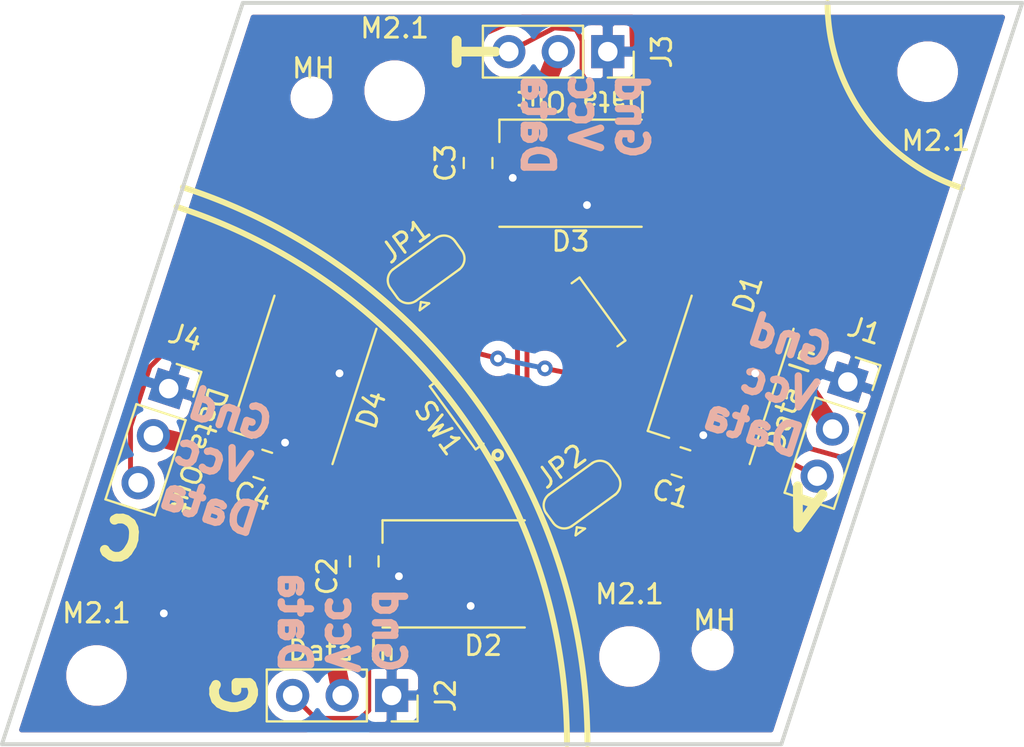
<source format=kicad_pcb>
(kicad_pcb (version 20171130) (host pcbnew 5.1.8)

  (general
    (thickness 1.6)
    (drawings 32)
    (tracks 90)
    (zones 0)
    (modules 21)
    (nets 11)
  )

  (page USLetter)
  (title_block
    (title "Thick Penrose Tile V1")
  )

  (layers
    (0 F.Cu signal)
    (31 B.Cu signal)
    (32 B.Adhes user)
    (33 F.Adhes user)
    (34 B.Paste user)
    (35 F.Paste user)
    (36 B.SilkS user)
    (37 F.SilkS user)
    (38 B.Mask user)
    (39 F.Mask user)
    (40 Dwgs.User user)
    (41 Cmts.User user)
    (42 Eco1.User user)
    (43 Eco2.User user)
    (44 Edge.Cuts user)
    (45 Margin user)
    (46 B.CrtYd user)
    (47 F.CrtYd user)
    (48 B.Fab user)
    (49 F.Fab user hide)
  )

  (setup
    (last_trace_width 0.25)
    (trace_clearance 0.2)
    (zone_clearance 0.508)
    (zone_45_only no)
    (trace_min 0.2)
    (via_size 0.8)
    (via_drill 0.4)
    (via_min_size 0.4)
    (via_min_drill 0.3)
    (uvia_size 0.3)
    (uvia_drill 0.1)
    (uvias_allowed no)
    (uvia_min_size 0.2)
    (uvia_min_drill 0.1)
    (edge_width 0.05)
    (segment_width 0.2)
    (pcb_text_width 0.3)
    (pcb_text_size 1.5 1.5)
    (mod_edge_width 0.12)
    (mod_text_size 1 1)
    (mod_text_width 0.15)
    (pad_size 1.524 1.524)
    (pad_drill 0.762)
    (pad_to_mask_clearance 0)
    (aux_axis_origin 0 0)
    (visible_elements FFFFFF7F)
    (pcbplotparams
      (layerselection 0x010fc_ffffffff)
      (usegerberextensions false)
      (usegerberattributes true)
      (usegerberadvancedattributes true)
      (creategerberjobfile true)
      (excludeedgelayer true)
      (linewidth 0.100000)
      (plotframeref false)
      (viasonmask false)
      (mode 1)
      (useauxorigin false)
      (hpglpennumber 1)
      (hpglpenspeed 20)
      (hpglpendiameter 15.000000)
      (psnegative false)
      (psa4output false)
      (plotreference true)
      (plotvalue true)
      (plotinvisibletext false)
      (padsonsilk false)
      (subtractmaskfromsilk true)
      (outputformat 1)
      (mirror false)
      (drillshape 0)
      (scaleselection 1)
      (outputdirectory "Gerbers/Thick rombus/"))
  )

  (net 0 "")
  (net 1 VCC)
  (net 2 GND)
  (net 3 "Net-(D1-Pad2)")
  (net 4 "Net-(D1-Pad4)")
  (net 5 "Net-(D2-Pad4)")
  (net 6 "Net-(D2-Pad2)")
  (net 7 "Net-(D3-Pad2)")
  (net 8 "Net-(D3-Pad4)")
  (net 9 "Net-(D4-Pad4)")
  (net 10 "Net-(D4-Pad2)")

  (net_class Default "This is the default net class."
    (clearance 0.2)
    (trace_width 0.25)
    (via_dia 0.8)
    (via_drill 0.4)
    (uvia_dia 0.3)
    (uvia_drill 0.1)
    (add_net GND)
    (add_net "Net-(D1-Pad2)")
    (add_net "Net-(D1-Pad4)")
    (add_net "Net-(D2-Pad2)")
    (add_net "Net-(D2-Pad4)")
    (add_net "Net-(D3-Pad2)")
    (add_net "Net-(D3-Pad4)")
    (add_net "Net-(D4-Pad2)")
    (add_net "Net-(D4-Pad4)")
  )

  (net_class Power ""
    (clearance 0.2)
    (trace_width 1)
    (via_dia 0.8)
    (via_drill 0.4)
    (uvia_dia 0.3)
    (uvia_drill 0.1)
    (add_net VCC)
  )

  (module MountingHole:MountingHole_2.1mm (layer F.Cu) (tedit 5B924765) (tstamp 5FFEB9CD)
    (at 141.006528 80.485999)
    (descr "Mounting Hole 2.1mm, no annular")
    (tags "mounting hole 2.1mm no annular")
    (attr virtual)
    (fp_text reference M2.1 (at 0 -3.2) (layer F.SilkS)
      (effects (font (size 1 1) (thickness 0.15)))
    )
    (fp_text value MountingHole_2.1mm (at 0 3.2) (layer F.Fab)
      (effects (font (size 1 1) (thickness 0.15)))
    )
    (fp_circle (center 0 0) (end 2.1 0) (layer Cmts.User) (width 0.15))
    (fp_circle (center 0 0) (end 2.35 0) (layer F.CrtYd) (width 0.05))
    (fp_text user %R (at 0.3 0) (layer F.Fab)
      (effects (font (size 1 1) (thickness 0.15)))
    )
    (pad "" np_thru_hole circle (at 0 0) (size 2.1 2.1) (drill 2.1) (layers *.Cu *.Mask))
  )

  (module MountingHole:MountingHole_2.1mm (layer F.Cu) (tedit 5B924765) (tstamp 5FFEB9CD)
    (at 168.358198 79.512711)
    (descr "Mounting Hole 2.1mm, no annular")
    (tags "mounting hole 2.1mm no annular")
    (attr virtual)
    (fp_text reference M2.1 (at 0.424802 3.545289) (layer F.SilkS)
      (effects (font (size 1 1) (thickness 0.15)))
    )
    (fp_text value MountingHole_2.1mm (at 0 3.2) (layer F.Fab)
      (effects (font (size 1 1) (thickness 0.15)))
    )
    (fp_circle (center 0 0) (end 2.1 0) (layer Cmts.User) (width 0.15))
    (fp_circle (center 0 0) (end 2.35 0) (layer F.CrtYd) (width 0.05))
    (fp_text user %R (at 0.3 0) (layer F.Fab)
      (effects (font (size 1 1) (thickness 0.15)))
    )
    (pad "" np_thru_hole circle (at 0 0) (size 2.1 2.1) (drill 2.1) (layers *.Cu *.Mask))
  )

  (module MountingHole:MountingHole_2.1mm (layer F.Cu) (tedit 5B924765) (tstamp 5FFEB9CD)
    (at 153.057392 109.528261)
    (descr "Mounting Hole 2.1mm, no annular")
    (tags "mounting hole 2.1mm no annular")
    (attr virtual)
    (fp_text reference M2.1 (at 0 -3.2) (layer F.SilkS)
      (effects (font (size 1 1) (thickness 0.15)))
    )
    (fp_text value MountingHole_2.1mm (at 0 3.2) (layer F.Fab)
      (effects (font (size 1 1) (thickness 0.15)))
    )
    (fp_circle (center 0 0) (end 2.1 0) (layer Cmts.User) (width 0.15))
    (fp_circle (center 0 0) (end 2.35 0) (layer F.CrtYd) (width 0.05))
    (fp_text user %R (at 0.3 0) (layer F.Fab)
      (effects (font (size 1 1) (thickness 0.15)))
    )
    (pad "" np_thru_hole circle (at 0 0) (size 2.1 2.1) (drill 2.1) (layers *.Cu *.Mask))
  )

  (module penroserombus:Pushpin_mountinghole (layer F.Cu) (tedit 5FFDF8C9) (tstamp 5FFEB98C)
    (at 157.324909 109.174159)
    (fp_text reference MH (at 0.1 -1.5) (layer F.SilkS)
      (effects (font (size 1 1) (thickness 0.15)))
    )
    (fp_text value Pushpin_mountinghole (at -0.1 -5.1) (layer F.Fab)
      (effects (font (size 1 1) (thickness 0.15)))
    )
    (fp_circle (center 0 0) (end 4 0) (layer F.CrtYd) (width 0.12))
    (pad "" np_thru_hole circle (at 0 0) (size 1.15 1.15) (drill 1.15) (layers *.Cu *.Mask))
  )

  (module penroserombus:Pushpin_mountinghole (layer F.Cu) (tedit 5FFDF8C9) (tstamp 5FFEB8FB)
    (at 136.739011 80.840101)
    (fp_text reference MH (at 0.1 -1.5) (layer F.SilkS)
      (effects (font (size 1 1) (thickness 0.15)))
    )
    (fp_text value Pushpin_mountinghole (at -0.1 -5.1) (layer F.Fab)
      (effects (font (size 1 1) (thickness 0.15)))
    )
    (fp_circle (center 0 0) (end 4 0) (layer F.CrtYd) (width 0.12))
    (pad "" np_thru_hole circle (at 0 0) (size 1.15 1.15) (drill 1.15) (layers *.Cu *.Mask))
  )

  (module MountingHole:MountingHole_2.1mm (layer F.Cu) (tedit 5B924765) (tstamp 5FFEB9AE)
    (at 125.705721 110.501549)
    (descr "Mounting Hole 2.1mm, no annular")
    (tags "mounting hole 2.1mm no annular")
    (attr virtual)
    (fp_text reference M2.1 (at 0 -3.2) (layer F.SilkS)
      (effects (font (size 1 1) (thickness 0.15)))
    )
    (fp_text value MountingHole_2.1mm (at 0 3.2) (layer F.Fab)
      (effects (font (size 1 1) (thickness 0.15)))
    )
    (fp_circle (center 0 0) (end 2.1 0) (layer Cmts.User) (width 0.15))
    (fp_circle (center 0 0) (end 2.35 0) (layer F.CrtYd) (width 0.05))
    (fp_text user %R (at 0.3 0) (layer F.Fab)
      (effects (font (size 1 1) (thickness 0.15)))
    )
    (pad "" np_thru_hole circle (at 0 0) (size 2.1 2.1) (drill 2.1) (layers *.Cu *.Mask))
  )

  (module Capacitor_SMD:C_0805_2012Metric_Pad1.18x1.45mm_HandSolder (layer F.Cu) (tedit 5F68FEEF) (tstamp 5FFE4D1D)
    (at 134.239 99.695 162)
    (descr "Capacitor SMD 0805 (2012 Metric), square (rectangular) end terminal, IPC_7351 nominal with elongated pad for handsoldering. (Body size source: IPC-SM-782 page 76, https://www.pcb-3d.com/wordpress/wp-content/uploads/ipc-sm-782a_amendment_1_and_2.pdf, https://docs.google.com/spreadsheets/d/1BsfQQcO9C6DZCsRaXUlFlo91Tg2WpOkGARC1WS5S8t0/edit?usp=sharing), generated with kicad-footprint-generator")
    (tags "capacitor handsolder")
    (path /5FFF68C4)
    (attr smd)
    (fp_text reference C4 (at 0 -1.68 162) (layer F.SilkS)
      (effects (font (size 1 1) (thickness 0.15)))
    )
    (fp_text value C (at 0 1.68 162) (layer F.Fab)
      (effects (font (size 1 1) (thickness 0.15)))
    )
    (fp_line (start 1.88 0.98) (end -1.88 0.98) (layer F.CrtYd) (width 0.05))
    (fp_line (start 1.88 -0.98) (end 1.88 0.98) (layer F.CrtYd) (width 0.05))
    (fp_line (start -1.88 -0.98) (end 1.88 -0.98) (layer F.CrtYd) (width 0.05))
    (fp_line (start -1.88 0.98) (end -1.88 -0.98) (layer F.CrtYd) (width 0.05))
    (fp_line (start -0.261252 0.735) (end 0.261252 0.735) (layer F.SilkS) (width 0.12))
    (fp_line (start -0.261252 -0.735) (end 0.261252 -0.735) (layer F.SilkS) (width 0.12))
    (fp_line (start 1 0.625) (end -1 0.625) (layer F.Fab) (width 0.1))
    (fp_line (start 1 -0.625) (end 1 0.625) (layer F.Fab) (width 0.1))
    (fp_line (start -1 -0.625) (end 1 -0.625) (layer F.Fab) (width 0.1))
    (fp_line (start -1 0.625) (end -1 -0.625) (layer F.Fab) (width 0.1))
    (fp_text user %R (at 0 0 162) (layer F.Fab)
      (effects (font (size 0.5 0.5) (thickness 0.08)))
    )
    (pad 1 smd roundrect (at -1.0375 0 162) (size 1.175 1.45) (layers F.Cu F.Paste F.Mask) (roundrect_rratio 0.2127659574468085)
      (net 2 GND))
    (pad 2 smd roundrect (at 1.0375 0 162) (size 1.175 1.45) (layers F.Cu F.Paste F.Mask) (roundrect_rratio 0.2127659574468085)
      (net 1 VCC))
    (model ${KISYS3DMOD}/Capacitor_SMD.3dshapes/C_0805_2012Metric.wrl
      (at (xyz 0 0 0))
      (scale (xyz 1 1 1))
      (rotate (xyz 0 0 0))
    )
  )

  (module Capacitor_SMD:C_0805_2012Metric_Pad1.18x1.45mm_HandSolder (layer F.Cu) (tedit 5F68FEEF) (tstamp 5FDFA832)
    (at 139.446 104.648 90)
    (descr "Capacitor SMD 0805 (2012 Metric), square (rectangular) end terminal, IPC_7351 nominal with elongated pad for handsoldering. (Body size source: IPC-SM-782 page 76, https://www.pcb-3d.com/wordpress/wp-content/uploads/ipc-sm-782a_amendment_1_and_2.pdf, https://docs.google.com/spreadsheets/d/1BsfQQcO9C6DZCsRaXUlFlo91Tg2WpOkGARC1WS5S8t0/edit?usp=sharing), generated with kicad-footprint-generator")
    (tags "capacitor handsolder")
    (path /5FB1F44D)
    (attr smd)
    (fp_text reference C2 (at -0.762 -1.905 90) (layer F.SilkS)
      (effects (font (size 1 1) (thickness 0.15)))
    )
    (fp_text value C (at 0 1.68 90) (layer F.Fab)
      (effects (font (size 1 1) (thickness 0.15)))
    )
    (fp_line (start -1 0.625) (end -1 -0.625) (layer F.Fab) (width 0.1))
    (fp_line (start -1 -0.625) (end 1 -0.625) (layer F.Fab) (width 0.1))
    (fp_line (start 1 -0.625) (end 1 0.625) (layer F.Fab) (width 0.1))
    (fp_line (start 1 0.625) (end -1 0.625) (layer F.Fab) (width 0.1))
    (fp_line (start -0.261252 -0.735) (end 0.261252 -0.735) (layer F.SilkS) (width 0.12))
    (fp_line (start -0.261252 0.735) (end 0.261252 0.735) (layer F.SilkS) (width 0.12))
    (fp_line (start -1.88 0.98) (end -1.88 -0.98) (layer F.CrtYd) (width 0.05))
    (fp_line (start -1.88 -0.98) (end 1.88 -0.98) (layer F.CrtYd) (width 0.05))
    (fp_line (start 1.88 -0.98) (end 1.88 0.98) (layer F.CrtYd) (width 0.05))
    (fp_line (start 1.88 0.98) (end -1.88 0.98) (layer F.CrtYd) (width 0.05))
    (fp_text user %R (at 0 0 90) (layer F.Fab)
      (effects (font (size 0.5 0.5) (thickness 0.08)))
    )
    (pad 1 smd roundrect (at -1.0375 0 90) (size 1.175 1.45) (layers F.Cu F.Paste F.Mask) (roundrect_rratio 0.2127659574468085)
      (net 2 GND))
    (pad 2 smd roundrect (at 1.0375 0 90) (size 1.175 1.45) (layers F.Cu F.Paste F.Mask) (roundrect_rratio 0.2127659574468085)
      (net 1 VCC))
    (model ${KISYS3DMOD}/Capacitor_SMD.3dshapes/C_0805_2012Metric.wrl
      (at (xyz 0 0 0))
      (scale (xyz 1 1 1))
      (rotate (xyz 0 0 0))
    )
  )

  (module penroserombus:Aliexpress_slideswitch_2P2T (layer F.Cu) (tedit 5FDE379E) (tstamp 5FDFA8FC)
    (at 147.828 94.488 126)
    (path /5FB57982)
    (fp_text reference SW1 (at 0.01598 -5.639693 126) (layer F.SilkS)
      (effects (font (size 1 1) (thickness 0.15)))
    )
    (fp_text value SW_DPDT_x2 (at -0.000001 -7.62 126) (layer F.Fab)
      (effects (font (size 1 1) (thickness 0.15)))
    )
    (fp_circle (center -2.9 -4) (end -2.676393 -4) (layer F.SilkS) (width 0.2))
    (fp_line (start 2 4.75) (end 2 4.25) (layer F.SilkS) (width 0.12))
    (fp_line (start -2 4.75) (end 2 4.75) (layer F.SilkS) (width 0.12))
    (fp_line (start -2 4.25) (end -2 4.75) (layer F.SilkS) (width 0.12))
    (fp_line (start 2 -4.75) (end 2 -4.5) (layer F.SilkS) (width 0.12))
    (fp_line (start -1.5 -4.75) (end 2 -4.75) (layer F.SilkS) (width 0.12))
    (fp_line (start -2 -4.75) (end -1.5 -4.75) (layer F.SilkS) (width 0.12))
    (fp_line (start -2 -4.25) (end -2 -4.75) (layer F.SilkS) (width 0.12))
    (fp_line (start 1.775 -4.525) (end 1.775 4.525) (layer F.Fab) (width 0.12))
    (fp_line (start -1.775 -4.525) (end 1.775 -4.525) (layer F.Fab) (width 0.12))
    (fp_line (start -1.775 4.525) (end -1.775 -4.525) (layer F.Fab) (width 0.12))
    (fp_line (start 1.775 4.525) (end -1.775 4.525) (layer F.Fab) (width 0.12))
    (pad 6 smd rect (at 2.825 2.5 126) (size 1.95 1.1) (layers F.Cu F.Paste F.Mask)
      (net 7 "Net-(D3-Pad2)"))
    (pad 5 smd rect (at 2.825 0 126) (size 1.95 1.1) (layers F.Cu F.Paste F.Mask)
      (net 5 "Net-(D2-Pad4)"))
    (pad 4 smd rect (at 2.825 -2.5 126) (size 1.95 1.1) (layers F.Cu F.Paste F.Mask)
      (net 10 "Net-(D4-Pad2)"))
    (pad 3 smd rect (at -2.825 2.5 126) (size 1.95 1.1) (layers F.Cu F.Paste F.Mask)
      (net 10 "Net-(D4-Pad2)"))
    (pad 2 smd rect (at -2.825 0 126) (size 1.95 1.1) (layers F.Cu F.Paste F.Mask)
      (net 4 "Net-(D1-Pad4)"))
    (pad 1 smd rect (at -2.825 -2.5 126) (size 1.95 1.1) (layers F.Cu F.Paste F.Mask)
      (net 7 "Net-(D3-Pad2)"))
    (model "${KIPRJMOD}/MSS22D18 Switch v3.step"
      (at (xyz 0 0 0))
      (scale (xyz 1 1 1))
      (rotate (xyz -90 0 90))
    )
  )

  (module Capacitor_SMD:C_0805_2012Metric_Pad1.18x1.45mm_HandSolder (layer F.Cu) (tedit 5F68FEEF) (tstamp 5FDFA821)
    (at 155.702 99.568 162)
    (descr "Capacitor SMD 0805 (2012 Metric), square (rectangular) end terminal, IPC_7351 nominal with elongated pad for handsoldering. (Body size source: IPC-SM-782 page 76, https://www.pcb-3d.com/wordpress/wp-content/uploads/ipc-sm-782a_amendment_1_and_2.pdf, https://docs.google.com/spreadsheets/d/1BsfQQcO9C6DZCsRaXUlFlo91Tg2WpOkGARC1WS5S8t0/edit?usp=sharing), generated with kicad-footprint-generator")
    (tags "capacitor handsolder")
    (path /5FB205C8)
    (attr smd)
    (fp_text reference C1 (at 0 -1.68 162) (layer F.SilkS)
      (effects (font (size 1 1) (thickness 0.15)))
    )
    (fp_text value C (at 0 1.68 162) (layer F.Fab)
      (effects (font (size 1 1) (thickness 0.15)))
    )
    (fp_line (start 1.88 0.98) (end -1.88 0.98) (layer F.CrtYd) (width 0.05))
    (fp_line (start 1.88 -0.98) (end 1.88 0.98) (layer F.CrtYd) (width 0.05))
    (fp_line (start -1.88 -0.98) (end 1.88 -0.98) (layer F.CrtYd) (width 0.05))
    (fp_line (start -1.88 0.98) (end -1.88 -0.98) (layer F.CrtYd) (width 0.05))
    (fp_line (start -0.261252 0.735) (end 0.261252 0.735) (layer F.SilkS) (width 0.12))
    (fp_line (start -0.261252 -0.735) (end 0.261252 -0.735) (layer F.SilkS) (width 0.12))
    (fp_line (start 1 0.625) (end -1 0.625) (layer F.Fab) (width 0.1))
    (fp_line (start 1 -0.625) (end 1 0.625) (layer F.Fab) (width 0.1))
    (fp_line (start -1 -0.625) (end 1 -0.625) (layer F.Fab) (width 0.1))
    (fp_line (start -1 0.625) (end -1 -0.625) (layer F.Fab) (width 0.1))
    (fp_text user %R (at 0 0 162) (layer F.Fab)
      (effects (font (size 0.5 0.5) (thickness 0.08)))
    )
    (pad 2 smd roundrect (at 1.0375 0 162) (size 1.175 1.45) (layers F.Cu F.Paste F.Mask) (roundrect_rratio 0.2127659574468085)
      (net 1 VCC))
    (pad 1 smd roundrect (at -1.0375 0 162) (size 1.175 1.45) (layers F.Cu F.Paste F.Mask) (roundrect_rratio 0.2127659574468085)
      (net 2 GND))
    (model ${KISYS3DMOD}/Capacitor_SMD.3dshapes/C_0805_2012Metric.wrl
      (at (xyz 0 0 0))
      (scale (xyz 1 1 1))
      (rotate (xyz 0 0 0))
    )
  )

  (module Connector_PinSocket_2.54mm:PinSocket_1x03_P2.54mm_Vertical (layer F.Cu) (tedit 5A19A429) (tstamp 5FDFA875)
    (at 164.261635 95.440951 342)
    (descr "Through hole straight socket strip, 1x03, 2.54mm pitch, single row (from Kicad 4.0.7), script generated")
    (tags "Through hole socket strip THT 1x03 2.54mm single row")
    (path /5FB0A86D)
    (fp_text reference J1 (at 0 -2.77 162) (layer F.SilkS)
      (effects (font (size 1 1) (thickness 0.15)))
    )
    (fp_text value Conn_01x03_Female (at 0 7.85 162) (layer F.Fab)
      (effects (font (size 1 1) (thickness 0.15)))
    )
    (fp_line (start -1.8 6.85) (end -1.8 -1.8) (layer F.CrtYd) (width 0.05))
    (fp_line (start 1.75 6.85) (end -1.8 6.85) (layer F.CrtYd) (width 0.05))
    (fp_line (start 1.75 -1.8) (end 1.75 6.85) (layer F.CrtYd) (width 0.05))
    (fp_line (start -1.8 -1.8) (end 1.75 -1.8) (layer F.CrtYd) (width 0.05))
    (fp_line (start 0 -1.33) (end 1.33 -1.33) (layer F.SilkS) (width 0.12))
    (fp_line (start 1.33 -1.33) (end 1.33 0) (layer F.SilkS) (width 0.12))
    (fp_line (start 1.33 1.27) (end 1.33 6.41) (layer F.SilkS) (width 0.12))
    (fp_line (start -1.33 6.41) (end 1.33 6.41) (layer F.SilkS) (width 0.12))
    (fp_line (start -1.33 1.27) (end -1.33 6.41) (layer F.SilkS) (width 0.12))
    (fp_line (start -1.33 1.27) (end 1.33 1.27) (layer F.SilkS) (width 0.12))
    (fp_line (start -1.27 6.35) (end -1.27 -1.27) (layer F.Fab) (width 0.1))
    (fp_line (start 1.27 6.35) (end -1.27 6.35) (layer F.Fab) (width 0.1))
    (fp_line (start 1.27 -0.635) (end 1.27 6.35) (layer F.Fab) (width 0.1))
    (fp_line (start 0.635 -1.27) (end 1.27 -0.635) (layer F.Fab) (width 0.1))
    (fp_line (start -1.27 -1.27) (end 0.635 -1.27) (layer F.Fab) (width 0.1))
    (fp_text user %R (at 0 2.54 72) (layer F.Fab)
      (effects (font (size 1 1) (thickness 0.15)))
    )
    (pad 3 thru_hole oval (at 0 5.08 342) (size 1.7 1.7) (drill 1) (layers *.Cu *.Mask)
      (net 3 "Net-(D1-Pad2)"))
    (pad 2 thru_hole oval (at 0 2.54 342) (size 1.7 1.7) (drill 1) (layers *.Cu *.Mask)
      (net 1 VCC))
    (pad 1 thru_hole rect (at 0 0 342) (size 1.7 1.7) (drill 1) (layers *.Cu *.Mask)
      (net 2 GND))
    (model ${KISYS3DMOD}/Connector_PinSocket_2.54mm.3dshapes/PinSocket_1x03_P2.54mm_Vertical.wrl
      (at (xyz 0 0 0))
      (scale (xyz 1 1 1))
      (rotate (xyz 0 0 0))
    )
  )

  (module Connector_PinSocket_2.54mm:PinSocket_1x03_P2.54mm_Vertical locked (layer F.Cu) (tedit 5A19A429) (tstamp 5FDFA88C)
    (at 140.85162 111.52826 270)
    (descr "Through hole straight socket strip, 1x03, 2.54mm pitch, single row (from Kicad 4.0.7), script generated")
    (tags "Through hole socket strip THT 1x03 2.54mm single row")
    (path /5FB08EB1)
    (fp_text reference J2 (at 0 -2.77 90) (layer F.SilkS)
      (effects (font (size 1 1) (thickness 0.15)))
    )
    (fp_text value Conn_01x03_Female (at 0 7.85 90) (layer F.Fab)
      (effects (font (size 1 1) (thickness 0.15)))
    )
    (fp_line (start -1.27 -1.27) (end 0.635 -1.27) (layer F.Fab) (width 0.1))
    (fp_line (start 0.635 -1.27) (end 1.27 -0.635) (layer F.Fab) (width 0.1))
    (fp_line (start 1.27 -0.635) (end 1.27 6.35) (layer F.Fab) (width 0.1))
    (fp_line (start 1.27 6.35) (end -1.27 6.35) (layer F.Fab) (width 0.1))
    (fp_line (start -1.27 6.35) (end -1.27 -1.27) (layer F.Fab) (width 0.1))
    (fp_line (start -1.33 1.27) (end 1.33 1.27) (layer F.SilkS) (width 0.12))
    (fp_line (start -1.33 1.27) (end -1.33 6.41) (layer F.SilkS) (width 0.12))
    (fp_line (start -1.33 6.41) (end 1.33 6.41) (layer F.SilkS) (width 0.12))
    (fp_line (start 1.33 1.27) (end 1.33 6.41) (layer F.SilkS) (width 0.12))
    (fp_line (start 1.33 -1.33) (end 1.33 0) (layer F.SilkS) (width 0.12))
    (fp_line (start 0 -1.33) (end 1.33 -1.33) (layer F.SilkS) (width 0.12))
    (fp_line (start -1.8 -1.8) (end 1.75 -1.8) (layer F.CrtYd) (width 0.05))
    (fp_line (start 1.75 -1.8) (end 1.75 6.85) (layer F.CrtYd) (width 0.05))
    (fp_line (start 1.75 6.85) (end -1.8 6.85) (layer F.CrtYd) (width 0.05))
    (fp_line (start -1.8 6.85) (end -1.8 -1.8) (layer F.CrtYd) (width 0.05))
    (fp_text user %R (at 0 2.54) (layer F.Fab)
      (effects (font (size 1 1) (thickness 0.15)))
    )
    (pad 1 thru_hole rect (at 0 0 270) (size 1.7 1.7) (drill 1) (layers *.Cu *.Mask)
      (net 2 GND))
    (pad 2 thru_hole oval (at 0 2.54 270) (size 1.7 1.7) (drill 1) (layers *.Cu *.Mask)
      (net 1 VCC))
    (pad 3 thru_hole oval (at 0 5.08 270) (size 1.7 1.7) (drill 1) (layers *.Cu *.Mask)
      (net 6 "Net-(D2-Pad2)"))
    (model ${KISYS3DMOD}/Connector_PinSocket_2.54mm.3dshapes/PinSocket_1x03_P2.54mm_Vertical.wrl
      (at (xyz 0 0 0))
      (scale (xyz 1 1 1))
      (rotate (xyz 0 0 0))
    )
  )

  (module Connector_PinSocket_2.54mm:PinSocket_1x03_P2.54mm_Vertical (layer F.Cu) (tedit 5A19A429) (tstamp 5FDFA8A3)
    (at 151.943635 78.486676 270)
    (descr "Through hole straight socket strip, 1x03, 2.54mm pitch, single row (from Kicad 4.0.7), script generated")
    (tags "Through hole socket strip THT 1x03 2.54mm single row")
    (path /5FB0BC7F)
    (fp_text reference J3 (at 0 -2.77 90) (layer F.SilkS)
      (effects (font (size 1 1) (thickness 0.15)))
    )
    (fp_text value Conn_01x03_Male (at 0 7.85 90) (layer F.Fab)
      (effects (font (size 1 1) (thickness 0.15)))
    )
    (fp_line (start -1.27 -1.27) (end 0.635 -1.27) (layer F.Fab) (width 0.1))
    (fp_line (start 0.635 -1.27) (end 1.27 -0.635) (layer F.Fab) (width 0.1))
    (fp_line (start 1.27 -0.635) (end 1.27 6.35) (layer F.Fab) (width 0.1))
    (fp_line (start 1.27 6.35) (end -1.27 6.35) (layer F.Fab) (width 0.1))
    (fp_line (start -1.27 6.35) (end -1.27 -1.27) (layer F.Fab) (width 0.1))
    (fp_line (start -1.33 1.27) (end 1.33 1.27) (layer F.SilkS) (width 0.12))
    (fp_line (start -1.33 1.27) (end -1.33 6.41) (layer F.SilkS) (width 0.12))
    (fp_line (start -1.33 6.41) (end 1.33 6.41) (layer F.SilkS) (width 0.12))
    (fp_line (start 1.33 1.27) (end 1.33 6.41) (layer F.SilkS) (width 0.12))
    (fp_line (start 1.33 -1.33) (end 1.33 0) (layer F.SilkS) (width 0.12))
    (fp_line (start 0 -1.33) (end 1.33 -1.33) (layer F.SilkS) (width 0.12))
    (fp_line (start -1.8 -1.8) (end 1.75 -1.8) (layer F.CrtYd) (width 0.05))
    (fp_line (start 1.75 -1.8) (end 1.75 6.85) (layer F.CrtYd) (width 0.05))
    (fp_line (start 1.75 6.85) (end -1.8 6.85) (layer F.CrtYd) (width 0.05))
    (fp_line (start -1.8 6.85) (end -1.8 -1.8) (layer F.CrtYd) (width 0.05))
    (fp_text user %R (at 0 2.54) (layer F.Fab)
      (effects (font (size 1 1) (thickness 0.15)))
    )
    (pad 1 thru_hole rect (at 0 0 270) (size 1.7 1.7) (drill 1) (layers *.Cu *.Mask)
      (net 2 GND))
    (pad 2 thru_hole oval (at 0 2.54 270) (size 1.7 1.7) (drill 1) (layers *.Cu *.Mask)
      (net 1 VCC))
    (pad 3 thru_hole oval (at 0 5.08 270) (size 1.7 1.7) (drill 1) (layers *.Cu *.Mask)
      (net 8 "Net-(D3-Pad4)"))
    (model ${KISYS3DMOD}/Connector_PinSocket_2.54mm.3dshapes/PinSocket_1x03_P2.54mm_Vertical.wrl
      (at (xyz 0 0 0))
      (scale (xyz 1 1 1))
      (rotate (xyz 0 0 0))
    )
  )

  (module Connector_PinSocket_2.54mm:PinSocket_1x03_P2.54mm_Vertical locked (layer F.Cu) (tedit 5A19A429) (tstamp 5FDFA8BA)
    (at 129.409601 95.779672 342)
    (descr "Through hole straight socket strip, 1x03, 2.54mm pitch, single row (from Kicad 4.0.7), script generated")
    (tags "Through hole socket strip THT 1x03 2.54mm single row")
    (path /5FB0D045)
    (fp_text reference J4 (at 0 -2.77 162) (layer F.SilkS)
      (effects (font (size 1 1) (thickness 0.15)))
    )
    (fp_text value Conn_01x03_Male (at 0 7.85 162) (layer F.Fab)
      (effects (font (size 1 1) (thickness 0.15)))
    )
    (fp_line (start -1.8 6.85) (end -1.8 -1.8) (layer F.CrtYd) (width 0.05))
    (fp_line (start 1.75 6.85) (end -1.8 6.85) (layer F.CrtYd) (width 0.05))
    (fp_line (start 1.75 -1.8) (end 1.75 6.85) (layer F.CrtYd) (width 0.05))
    (fp_line (start -1.8 -1.8) (end 1.75 -1.8) (layer F.CrtYd) (width 0.05))
    (fp_line (start 0 -1.33) (end 1.33 -1.33) (layer F.SilkS) (width 0.12))
    (fp_line (start 1.33 -1.33) (end 1.33 0) (layer F.SilkS) (width 0.12))
    (fp_line (start 1.33 1.27) (end 1.33 6.41) (layer F.SilkS) (width 0.12))
    (fp_line (start -1.33 6.41) (end 1.33 6.41) (layer F.SilkS) (width 0.12))
    (fp_line (start -1.33 1.27) (end -1.33 6.41) (layer F.SilkS) (width 0.12))
    (fp_line (start -1.33 1.27) (end 1.33 1.27) (layer F.SilkS) (width 0.12))
    (fp_line (start -1.27 6.35) (end -1.27 -1.27) (layer F.Fab) (width 0.1))
    (fp_line (start 1.27 6.35) (end -1.27 6.35) (layer F.Fab) (width 0.1))
    (fp_line (start 1.27 -0.635) (end 1.27 6.35) (layer F.Fab) (width 0.1))
    (fp_line (start 0.635 -1.27) (end 1.27 -0.635) (layer F.Fab) (width 0.1))
    (fp_line (start -1.27 -1.27) (end 0.635 -1.27) (layer F.Fab) (width 0.1))
    (fp_text user %R (at 0 2.54 72) (layer F.Fab)
      (effects (font (size 1 1) (thickness 0.15)))
    )
    (pad 3 thru_hole oval (at 0 5.08 342) (size 1.7 1.7) (drill 1) (layers *.Cu *.Mask)
      (net 9 "Net-(D4-Pad4)"))
    (pad 2 thru_hole oval (at 0 2.54 342) (size 1.7 1.7) (drill 1) (layers *.Cu *.Mask)
      (net 1 VCC))
    (pad 1 thru_hole rect (at 0 0 342) (size 1.7 1.7) (drill 1) (layers *.Cu *.Mask)
      (net 2 GND))
    (model ${KISYS3DMOD}/Connector_PinSocket_2.54mm.3dshapes/PinSocket_1x03_P2.54mm_Vertical.wrl
      (at (xyz 0 0 0))
      (scale (xyz 1 1 1))
      (rotate (xyz 0 0 0))
    )
  )

  (module Jumper:SolderJumper-3_P1.3mm_Open_RoundedPad1.0x1.5mm (layer F.Cu) (tedit 5B391EB7) (tstamp 5FDFA8D0)
    (at 142.621 89.662 36)
    (descr "SMD Solder 3-pad Jumper, 1x1.5mm rounded Pads, 0.3mm gap, open")
    (tags "solder jumper open")
    (path /5FD98966)
    (attr virtual)
    (fp_text reference JP1 (at 0 -1.8 36) (layer F.SilkS)
      (effects (font (size 1 1) (thickness 0.15)))
    )
    (fp_text value SolderJumper_3_Open (at 0 1.9 36) (layer F.Fab)
      (effects (font (size 1 1) (thickness 0.15)))
    )
    (fp_line (start 2.3 1.25) (end -2.3 1.25) (layer F.CrtYd) (width 0.05))
    (fp_line (start 2.3 1.25) (end 2.3 -1.25) (layer F.CrtYd) (width 0.05))
    (fp_line (start -2.3 -1.25) (end -2.3 1.25) (layer F.CrtYd) (width 0.05))
    (fp_line (start -2.3 -1.25) (end 2.3 -1.25) (layer F.CrtYd) (width 0.05))
    (fp_line (start -1.4 -1) (end 1.4 -1) (layer F.SilkS) (width 0.12))
    (fp_line (start 2.05 -0.3) (end 2.05 0.3) (layer F.SilkS) (width 0.12))
    (fp_line (start 1.4 1) (end -1.4 1) (layer F.SilkS) (width 0.12))
    (fp_line (start -2.05 0.3) (end -2.05 -0.3) (layer F.SilkS) (width 0.12))
    (fp_line (start -1.2 1.2) (end -1.5 1.5) (layer F.SilkS) (width 0.12))
    (fp_line (start -1.5 1.5) (end -0.9 1.5) (layer F.SilkS) (width 0.12))
    (fp_line (start -1.2 1.2) (end -0.9 1.5) (layer F.SilkS) (width 0.12))
    (fp_arc (start -1.35 -0.3) (end -1.35 -1) (angle -90) (layer F.SilkS) (width 0.12))
    (fp_arc (start -1.35 0.3) (end -2.05 0.3) (angle -90) (layer F.SilkS) (width 0.12))
    (fp_arc (start 1.35 0.3) (end 1.35 1) (angle -90) (layer F.SilkS) (width 0.12))
    (fp_arc (start 1.35 -0.3) (end 2.05 -0.3) (angle -90) (layer F.SilkS) (width 0.12))
    (pad 2 smd rect (at 0 0 36) (size 1 1.5) (layers F.Cu F.Mask)
      (net 5 "Net-(D2-Pad4)"))
    (pad 3 smd custom (at 1.3 0 36) (size 1 0.5) (layers F.Cu F.Mask)
      (net 7 "Net-(D3-Pad2)") (zone_connect 2)
      (options (clearance outline) (anchor rect))
      (primitives
        (gr_circle (center 0 0.25) (end 0.5 0.25) (width 0))
        (gr_circle (center 0 -0.25) (end 0.5 -0.25) (width 0))
        (gr_poly (pts
           (xy -0.55 -0.75) (xy 0 -0.75) (xy 0 0.75) (xy -0.55 0.75)) (width 0))
      ))
    (pad 1 smd custom (at -1.3 0 36) (size 1 0.5) (layers F.Cu F.Mask)
      (net 10 "Net-(D4-Pad2)") (zone_connect 2)
      (options (clearance outline) (anchor rect))
      (primitives
        (gr_circle (center 0 0.25) (end 0.5 0.25) (width 0))
        (gr_circle (center 0 -0.25) (end 0.5 -0.25) (width 0))
        (gr_poly (pts
           (xy 0.55 -0.75) (xy 0 -0.75) (xy 0 0.75) (xy 0.55 0.75)) (width 0))
      ))
  )

  (module Jumper:SolderJumper-3_P1.3mm_Open_RoundedPad1.0x1.5mm (layer F.Cu) (tedit 5B391EB7) (tstamp 5FDFA8E6)
    (at 150.622 101.219 36)
    (descr "SMD Solder 3-pad Jumper, 1x1.5mm rounded Pads, 0.3mm gap, open")
    (tags "solder jumper open")
    (path /5FD93041)
    (attr virtual)
    (fp_text reference JP2 (at 0 -1.8 36) (layer F.SilkS)
      (effects (font (size 1 1) (thickness 0.15)))
    )
    (fp_text value SolderJumper_3_Open (at 0 1.9 36) (layer F.Fab)
      (effects (font (size 1 1) (thickness 0.15)))
    )
    (fp_line (start -1.2 1.2) (end -0.9 1.5) (layer F.SilkS) (width 0.12))
    (fp_line (start -1.5 1.5) (end -0.9 1.5) (layer F.SilkS) (width 0.12))
    (fp_line (start -1.2 1.2) (end -1.5 1.5) (layer F.SilkS) (width 0.12))
    (fp_line (start -2.05 0.3) (end -2.05 -0.3) (layer F.SilkS) (width 0.12))
    (fp_line (start 1.4 1) (end -1.4 1) (layer F.SilkS) (width 0.12))
    (fp_line (start 2.05 -0.3) (end 2.05 0.3) (layer F.SilkS) (width 0.12))
    (fp_line (start -1.4 -1) (end 1.4 -1) (layer F.SilkS) (width 0.12))
    (fp_line (start -2.3 -1.25) (end 2.3 -1.25) (layer F.CrtYd) (width 0.05))
    (fp_line (start -2.3 -1.25) (end -2.3 1.25) (layer F.CrtYd) (width 0.05))
    (fp_line (start 2.3 1.25) (end 2.3 -1.25) (layer F.CrtYd) (width 0.05))
    (fp_line (start 2.3 1.25) (end -2.3 1.25) (layer F.CrtYd) (width 0.05))
    (fp_arc (start 1.35 -0.3) (end 2.05 -0.3) (angle -90) (layer F.SilkS) (width 0.12))
    (fp_arc (start 1.35 0.3) (end 1.35 1) (angle -90) (layer F.SilkS) (width 0.12))
    (fp_arc (start -1.35 0.3) (end -2.05 0.3) (angle -90) (layer F.SilkS) (width 0.12))
    (fp_arc (start -1.35 -0.3) (end -1.35 -1) (angle -90) (layer F.SilkS) (width 0.12))
    (pad 1 smd custom (at -1.3 0 36) (size 1 0.5) (layers F.Cu F.Mask)
      (net 7 "Net-(D3-Pad2)") (zone_connect 2)
      (options (clearance outline) (anchor rect))
      (primitives
        (gr_circle (center 0 0.25) (end 0.5 0.25) (width 0))
        (gr_circle (center 0 -0.25) (end 0.5 -0.25) (width 0))
        (gr_poly (pts
           (xy 0.55 -0.75) (xy 0 -0.75) (xy 0 0.75) (xy 0.55 0.75)) (width 0))
      ))
    (pad 3 smd custom (at 1.3 0 36) (size 1 0.5) (layers F.Cu F.Mask)
      (net 10 "Net-(D4-Pad2)") (zone_connect 2)
      (options (clearance outline) (anchor rect))
      (primitives
        (gr_circle (center 0 0.25) (end 0.5 0.25) (width 0))
        (gr_circle (center 0 -0.25) (end 0.5 -0.25) (width 0))
        (gr_poly (pts
           (xy -0.55 -0.75) (xy 0 -0.75) (xy 0 0.75) (xy -0.55 0.75)) (width 0))
      ))
    (pad 2 smd rect (at 0 0 36) (size 1 1.5) (layers F.Cu F.Mask)
      (net 4 "Net-(D1-Pad4)"))
  )

  (module Capacitor_SMD:C_0805_2012Metric_Pad1.18x1.45mm_HandSolder (layer F.Cu) (tedit 5F68FEEF) (tstamp 5FFE4D0C)
    (at 145.288 84.201 90)
    (descr "Capacitor SMD 0805 (2012 Metric), square (rectangular) end terminal, IPC_7351 nominal with elongated pad for handsoldering. (Body size source: IPC-SM-782 page 76, https://www.pcb-3d.com/wordpress/wp-content/uploads/ipc-sm-782a_amendment_1_and_2.pdf, https://docs.google.com/spreadsheets/d/1BsfQQcO9C6DZCsRaXUlFlo91Tg2WpOkGARC1WS5S8t0/edit?usp=sharing), generated with kicad-footprint-generator")
    (tags "capacitor handsolder")
    (path /5FFF68B2)
    (attr smd)
    (fp_text reference C3 (at 0 -1.68 90) (layer F.SilkS)
      (effects (font (size 1 1) (thickness 0.15)))
    )
    (fp_text value C (at 0 1.68 90) (layer F.Fab)
      (effects (font (size 1 1) (thickness 0.15)))
    )
    (fp_line (start -1 0.625) (end -1 -0.625) (layer F.Fab) (width 0.1))
    (fp_line (start -1 -0.625) (end 1 -0.625) (layer F.Fab) (width 0.1))
    (fp_line (start 1 -0.625) (end 1 0.625) (layer F.Fab) (width 0.1))
    (fp_line (start 1 0.625) (end -1 0.625) (layer F.Fab) (width 0.1))
    (fp_line (start -0.261252 -0.735) (end 0.261252 -0.735) (layer F.SilkS) (width 0.12))
    (fp_line (start -0.261252 0.735) (end 0.261252 0.735) (layer F.SilkS) (width 0.12))
    (fp_line (start -1.88 0.98) (end -1.88 -0.98) (layer F.CrtYd) (width 0.05))
    (fp_line (start -1.88 -0.98) (end 1.88 -0.98) (layer F.CrtYd) (width 0.05))
    (fp_line (start 1.88 -0.98) (end 1.88 0.98) (layer F.CrtYd) (width 0.05))
    (fp_line (start 1.88 0.98) (end -1.88 0.98) (layer F.CrtYd) (width 0.05))
    (fp_text user %R (at 0 0 90) (layer F.Fab)
      (effects (font (size 0.5 0.5) (thickness 0.08)))
    )
    (pad 2 smd roundrect (at 1.0375 0 90) (size 1.175 1.45) (layers F.Cu F.Paste F.Mask) (roundrect_rratio 0.2127659574468085)
      (net 1 VCC))
    (pad 1 smd roundrect (at -1.0375 0 90) (size 1.175 1.45) (layers F.Cu F.Paste F.Mask) (roundrect_rratio 0.2127659574468085)
      (net 2 GND))
    (model ${KISYS3DMOD}/Capacitor_SMD.3dshapes/C_0805_2012Metric.wrl
      (at (xyz 0 0 0))
      (scale (xyz 1 1 1))
      (rotate (xyz 0 0 0))
    )
  )

  (module LED_SMD:LED_SK6812_PLCC4_5.0x5.0mm_P3.2mm (layer F.Cu) (tedit 5AA4B263) (tstamp 5FFE4D33)
    (at 157.737625 95.331695 252)
    (descr https://cdn-shop.adafruit.com/product-files/1138/SK6812+LED+datasheet+.pdf)
    (tags "LED RGB NeoPixel")
    (path /5FFF688E)
    (attr smd)
    (fp_text reference D1 (at -4.614935 0.034402 72) (layer F.SilkS)
      (effects (font (size 1 1) (thickness 0.15)))
    )
    (fp_text value SK6812 (at 0 4 72) (layer F.Fab)
      (effects (font (size 1 1) (thickness 0.15)))
    )
    (fp_line (start 3.45 -2.75) (end -3.45 -2.75) (layer F.CrtYd) (width 0.05))
    (fp_line (start 3.45 2.75) (end 3.45 -2.75) (layer F.CrtYd) (width 0.05))
    (fp_line (start -3.45 2.75) (end 3.45 2.75) (layer F.CrtYd) (width 0.05))
    (fp_line (start -3.45 -2.75) (end -3.45 2.75) (layer F.CrtYd) (width 0.05))
    (fp_line (start 2.5 1.5) (end 1.5 2.5) (layer F.Fab) (width 0.1))
    (fp_line (start -2.5 -2.5) (end -2.5 2.5) (layer F.Fab) (width 0.1))
    (fp_line (start -2.5 2.5) (end 2.5 2.5) (layer F.Fab) (width 0.1))
    (fp_line (start 2.5 2.5) (end 2.5 -2.5) (layer F.Fab) (width 0.1))
    (fp_line (start 2.5 -2.5) (end -2.5 -2.5) (layer F.Fab) (width 0.1))
    (fp_line (start -3.65 -2.75) (end 3.65 -2.75) (layer F.SilkS) (width 0.12))
    (fp_line (start -3.65 2.75) (end 3.65 2.75) (layer F.SilkS) (width 0.12))
    (fp_line (start 3.65 2.75) (end 3.65 1.6) (layer F.SilkS) (width 0.12))
    (fp_circle (center 0 0) (end 0 -2) (layer F.Fab) (width 0.1))
    (fp_text user %R (at 0 0 72) (layer F.Fab)
      (effects (font (size 0.8 0.8) (thickness 0.15)))
    )
    (pad 3 smd rect (at -2.45 -1.6 252) (size 1.5 1) (layers F.Cu F.Paste F.Mask)
      (net 2 GND))
    (pad 4 smd rect (at -2.45 1.6 252) (size 1.5 1) (layers F.Cu F.Paste F.Mask)
      (net 4 "Net-(D1-Pad4)"))
    (pad 2 smd rect (at 2.45 -1.6 252) (size 1.5 1) (layers F.Cu F.Paste F.Mask)
      (net 3 "Net-(D1-Pad2)"))
    (pad 1 smd rect (at 2.45 1.6 252) (size 1.5 1) (layers F.Cu F.Paste F.Mask)
      (net 1 VCC))
    (model ${KISYS3DMOD}/LED_SMD.3dshapes/LED_SK6812_PLCC4_5.0x5.0mm_P3.2mm.wrl
      (at (xyz 0 0 0))
      (scale (xyz 1 1 1))
      (rotate (xyz 0 0 0))
    )
  )

  (module LED_SMD:LED_SK6812_PLCC4_5.0x5.0mm_P3.2mm (layer F.Cu) (tedit 5AA4B263) (tstamp 60006B86)
    (at 144.032407 105.289119 180)
    (descr https://cdn-shop.adafruit.com/product-files/1138/SK6812+LED+datasheet+.pdf)
    (tags "LED RGB NeoPixel")
    (path /5FFF6894)
    (attr smd)
    (fp_text reference D2 (at -1.51538 -3.68374) (layer F.SilkS)
      (effects (font (size 1 1) (thickness 0.15)))
    )
    (fp_text value SK6812 (at 0 4) (layer F.Fab)
      (effects (font (size 1 1) (thickness 0.15)))
    )
    (fp_circle (center 0 0) (end 0 -2) (layer F.Fab) (width 0.1))
    (fp_line (start 3.65 2.75) (end 3.65 1.6) (layer F.SilkS) (width 0.12))
    (fp_line (start -3.65 2.75) (end 3.65 2.75) (layer F.SilkS) (width 0.12))
    (fp_line (start -3.65 -2.75) (end 3.65 -2.75) (layer F.SilkS) (width 0.12))
    (fp_line (start 2.5 -2.5) (end -2.5 -2.5) (layer F.Fab) (width 0.1))
    (fp_line (start 2.5 2.5) (end 2.5 -2.5) (layer F.Fab) (width 0.1))
    (fp_line (start -2.5 2.5) (end 2.5 2.5) (layer F.Fab) (width 0.1))
    (fp_line (start -2.5 -2.5) (end -2.5 2.5) (layer F.Fab) (width 0.1))
    (fp_line (start 2.5 1.5) (end 1.5 2.5) (layer F.Fab) (width 0.1))
    (fp_line (start -3.45 -2.75) (end -3.45 2.75) (layer F.CrtYd) (width 0.05))
    (fp_line (start -3.45 2.75) (end 3.45 2.75) (layer F.CrtYd) (width 0.05))
    (fp_line (start 3.45 2.75) (end 3.45 -2.75) (layer F.CrtYd) (width 0.05))
    (fp_line (start 3.45 -2.75) (end -3.45 -2.75) (layer F.CrtYd) (width 0.05))
    (fp_text user %R (at 0 0) (layer F.Fab)
      (effects (font (size 0.8 0.8) (thickness 0.15)))
    )
    (pad 1 smd rect (at 2.45 1.6 180) (size 1.5 1) (layers F.Cu F.Paste F.Mask)
      (net 1 VCC))
    (pad 2 smd rect (at 2.45 -1.6 180) (size 1.5 1) (layers F.Cu F.Paste F.Mask)
      (net 6 "Net-(D2-Pad2)"))
    (pad 4 smd rect (at -2.45 1.6 180) (size 1.5 1) (layers F.Cu F.Paste F.Mask)
      (net 5 "Net-(D2-Pad4)"))
    (pad 3 smd rect (at -2.45 -1.6 180) (size 1.5 1) (layers F.Cu F.Paste F.Mask)
      (net 2 GND))
    (model ${KISYS3DMOD}/LED_SMD.3dshapes/LED_SK6812_PLCC4_5.0x5.0mm_P3.2mm.wrl
      (at (xyz 0 0 0))
      (scale (xyz 1 1 1))
      (rotate (xyz 0 0 0))
    )
  )

  (module LED_SMD:LED_SK6812_PLCC4_5.0x5.0mm_P3.2mm (layer F.Cu) (tedit 5AA4B263) (tstamp 5FFE4D4A)
    (at 150.031513 84.725141 180)
    (descr https://cdn-shop.adafruit.com/product-files/1138/SK6812+LED+datasheet+.pdf)
    (tags "LED RGB NeoPixel")
    (path /5FB004B1)
    (attr smd)
    (fp_text reference D3 (at 0 -3.5) (layer F.SilkS)
      (effects (font (size 1 1) (thickness 0.15)))
    )
    (fp_text value SK6812 (at 0 4) (layer F.Fab)
      (effects (font (size 1 1) (thickness 0.15)))
    )
    (fp_circle (center 0 0) (end 0 -2) (layer F.Fab) (width 0.1))
    (fp_line (start 3.65 2.75) (end 3.65 1.6) (layer F.SilkS) (width 0.12))
    (fp_line (start -3.65 2.75) (end 3.65 2.75) (layer F.SilkS) (width 0.12))
    (fp_line (start -3.65 -2.75) (end 3.65 -2.75) (layer F.SilkS) (width 0.12))
    (fp_line (start 2.5 -2.5) (end -2.5 -2.5) (layer F.Fab) (width 0.1))
    (fp_line (start 2.5 2.5) (end 2.5 -2.5) (layer F.Fab) (width 0.1))
    (fp_line (start -2.5 2.5) (end 2.5 2.5) (layer F.Fab) (width 0.1))
    (fp_line (start -2.5 -2.5) (end -2.5 2.5) (layer F.Fab) (width 0.1))
    (fp_line (start 2.5 1.5) (end 1.5 2.5) (layer F.Fab) (width 0.1))
    (fp_line (start -3.45 -2.75) (end -3.45 2.75) (layer F.CrtYd) (width 0.05))
    (fp_line (start -3.45 2.75) (end 3.45 2.75) (layer F.CrtYd) (width 0.05))
    (fp_line (start 3.45 2.75) (end 3.45 -2.75) (layer F.CrtYd) (width 0.05))
    (fp_line (start 3.45 -2.75) (end -3.45 -2.75) (layer F.CrtYd) (width 0.05))
    (fp_text user %R (at 0 0) (layer F.Fab)
      (effects (font (size 0.8 0.8) (thickness 0.15)))
    )
    (pad 1 smd rect (at 2.45 1.6 180) (size 1.5 1) (layers F.Cu F.Paste F.Mask)
      (net 1 VCC))
    (pad 2 smd rect (at 2.45 -1.6 180) (size 1.5 1) (layers F.Cu F.Paste F.Mask)
      (net 7 "Net-(D3-Pad2)"))
    (pad 4 smd rect (at -2.45 1.6 180) (size 1.5 1) (layers F.Cu F.Paste F.Mask)
      (net 8 "Net-(D3-Pad4)"))
    (pad 3 smd rect (at -2.45 -1.6 180) (size 1.5 1) (layers F.Cu F.Paste F.Mask)
      (net 2 GND))
    (model ${KISYS3DMOD}/LED_SMD.3dshapes/LED_SK6812_PLCC4_5.0x5.0mm_P3.2mm.wrl
      (at (xyz 0 0 0))
      (scale (xyz 1 1 1))
      (rotate (xyz 0 0 0))
    )
  )

  (module LED_SMD:LED_SK6812_PLCC4_5.0x5.0mm_P3.2mm (layer F.Cu) (tedit 5AA4B263) (tstamp 5FFE4D5F)
    (at 136.326294 95.331695 252)
    (descr https://cdn-shop.adafruit.com/product-files/1138/SK6812+LED+datasheet+.pdf)
    (tags "LED RGB NeoPixel")
    (path /5FB01459)
    (attr smd)
    (fp_text reference D4 (at 0.377664 -3.774998 72) (layer F.SilkS)
      (effects (font (size 1 1) (thickness 0.15)))
    )
    (fp_text value SK6812 (at 0 4 72) (layer F.Fab)
      (effects (font (size 1 1) (thickness 0.15)))
    )
    (fp_line (start 3.45 -2.75) (end -3.45 -2.75) (layer F.CrtYd) (width 0.05))
    (fp_line (start 3.45 2.75) (end 3.45 -2.75) (layer F.CrtYd) (width 0.05))
    (fp_line (start -3.45 2.75) (end 3.45 2.75) (layer F.CrtYd) (width 0.05))
    (fp_line (start -3.45 -2.75) (end -3.45 2.75) (layer F.CrtYd) (width 0.05))
    (fp_line (start 2.5 1.5) (end 1.5 2.5) (layer F.Fab) (width 0.1))
    (fp_line (start -2.5 -2.5) (end -2.5 2.5) (layer F.Fab) (width 0.1))
    (fp_line (start -2.5 2.5) (end 2.5 2.5) (layer F.Fab) (width 0.1))
    (fp_line (start 2.5 2.5) (end 2.5 -2.5) (layer F.Fab) (width 0.1))
    (fp_line (start 2.5 -2.5) (end -2.5 -2.5) (layer F.Fab) (width 0.1))
    (fp_line (start -3.65 -2.75) (end 3.65 -2.75) (layer F.SilkS) (width 0.12))
    (fp_line (start -3.65 2.75) (end 3.65 2.75) (layer F.SilkS) (width 0.12))
    (fp_line (start 3.65 2.75) (end 3.65 1.6) (layer F.SilkS) (width 0.12))
    (fp_circle (center 0 0) (end 0 -2) (layer F.Fab) (width 0.1))
    (fp_text user %R (at 0 0 72) (layer F.Fab)
      (effects (font (size 0.8 0.8) (thickness 0.15)))
    )
    (pad 3 smd rect (at -2.45 -1.6 252) (size 1.5 1) (layers F.Cu F.Paste F.Mask)
      (net 2 GND))
    (pad 4 smd rect (at -2.45 1.6 252) (size 1.5 1) (layers F.Cu F.Paste F.Mask)
      (net 9 "Net-(D4-Pad4)"))
    (pad 2 smd rect (at 2.45 -1.6 252) (size 1.5 1) (layers F.Cu F.Paste F.Mask)
      (net 10 "Net-(D4-Pad2)"))
    (pad 1 smd rect (at 2.45 1.6 252) (size 1.5 1) (layers F.Cu F.Paste F.Mask)
      (net 1 VCC))
    (model ${KISYS3DMOD}/LED_SMD.3dshapes/LED_SK6812_PLCC4_5.0x5.0mm_P3.2mm.wrl
      (at (xyz 0 0 0))
      (scale (xyz 1 1 1))
      (rotate (xyz 0 0 0))
    )
  )

  (gr_text "Gnd\nVcc\nData" (at 129.5908 98.679 342) (layer B.SilkS) (tstamp 6008D0EE)
    (effects (font (size 1.5 1.5) (thickness 0.375)) (justify right mirror))
  )
  (gr_text "Gnd\nVcc\nData" (at 162.7886 96.3422 342) (layer B.SilkS) (tstamp 6008D0E3)
    (effects (font (size 1.5 1.5) (thickness 0.375)) (justify left mirror))
  )
  (gr_text "Gnd\nVcc\nData" (at 138.2776 110.5408 270) (layer B.SilkS) (tstamp 6008D0CB)
    (effects (font (size 1.5 1.5) (thickness 0.375)) (justify left mirror))
  )
  (gr_text "Gnd\nVcc\nData" (at 150.749 79.4512 270) (layer B.SilkS)
    (effects (font (size 1.5 1.5) (thickness 0.375)) (justify right mirror))
  )
  (gr_text "Data In" (at 161.29 96.266 72) (layer F.SilkS)
    (effects (font (size 1 1) (thickness 0.15)))
  )
  (gr_text "Data Out" (at 130.937 98.933 252) (layer F.SilkS)
    (effects (font (size 1 1) (thickness 0.15)))
  )
  (gr_text "Data Out" (at 150.622 81.026 180) (layer F.SilkS)
    (effects (font (size 1 1) (thickness 0.15)))
  )
  (gr_text "Data In" (at 138.303 109.22) (layer F.SilkS)
    (effects (font (size 1 1) (thickness 0.15)))
  )
  (gr_line (start 140.85162 114.02826) (end 140.85162 111.52826) (layer Dwgs.User) (width 0.2))
  (gr_line (start 160.85162 114.02826) (end 173.212299 75.986) (layer Dwgs.User) (width 0.2))
  (gr_line (start 173.212299 75.986) (end 133.2123 75.986) (layer Dwgs.User) (width 0.2))
  (gr_line (start 127.03196 95.00713) (end 129.409601 95.779672) (layer Dwgs.User) (width 0.2))
  (gr_line (start 133.2123 75.986) (end 120.85162 114.02826) (layer Dwgs.User) (width 0.2))
  (gr_line (start 167.031959 95.00713) (end 164.654318 94.234587) (layer Dwgs.User) (width 0.2))
  (gr_arc (start 173.212299 75.986) (end 163.2223 75.986) (angle -72) (layer Dwgs.User) (width 0.2))
  (gr_line (start 120.85162 114.02826) (end 160.85162 114.02826) (layer Dwgs.User) (width 0.2))
  (gr_line (start 138.30518 101.347507) (end 155.75874 88.666754) (layer Dwgs.User) (width 0.2))
  (gr_line (start 153.2123 75.986) (end 153.2123 78.486) (layer Dwgs.User) (width 0.2))
  (gr_arc (start 120.85162 114.02826) (end 150.90162 114.02826) (angle -72) (layer Dwgs.User) (width 0.2))
  (gr_arc (start 120.85162 114.02826) (end 149.85162 114.02826) (angle -72) (layer Dwgs.User) (width 0.2))
  (gr_text A (at 162.052 101.854 162) (layer F.SilkS) (tstamp 5FE009B6)
    (effects (font (size 2 2) (thickness 0.5)))
  )
  (gr_text T (at 145.288 78.486 90) (layer F.SilkS) (tstamp 5FE009B6)
    (effects (font (size 2 2) (thickness 0.5)))
  )
  (gr_text C (at 127 103.378 162) (layer F.SilkS) (tstamp 5FE009B6)
    (effects (font (size 2 2) (thickness 0.5)))
  )
  (gr_text G (at 132.842 111.506 90) (layer F.SilkS) (tstamp 5FE009B6)
    (effects (font (size 2 2) (thickness 0.5)))
  )
  (gr_arc (start 120.85162 114.02826) (end 149.85162 114.02826) (angle -72) (layer F.SilkS) (width 0.3))
  (gr_arc (start 120.85162 114.02826) (end 150.90162 114.02826) (angle -72) (layer F.SilkS) (width 0.3))
  (gr_arc (start 173.212299 75.986) (end 163.222299 75.986) (angle -72) (layer F.SilkS) (width 0.3))
  (gr_line (start 138.30518 101.347507) (end 155.75874 88.666754) (layer Dwgs.User) (width 0.2))
  (gr_line (start 120.85162 114.02826) (end 160.851619 114.02826) (layer Edge.Cuts) (width 0.2))
  (gr_line (start 160.851619 114.02826) (end 173.212299 75.986) (layer Edge.Cuts) (width 0.2))
  (gr_line (start 173.212299 75.986) (end 133.2123 75.986) (layer Edge.Cuts) (width 0.2))
  (gr_line (start 133.2123 75.986) (end 120.85162 114.02826) (layer Edge.Cuts) (width 0.2))

  (segment (start 138.31162 111.108258) (end 138.31162 111.52826) (width 1) (layer F.Cu) (net 1) (status 30))
  (segment (start 134.047512 97.167356) (end 133.252279 99.374395) (width 1) (layer F.Cu) (net 1))
  (segment (start 141.582407 103.689119) (end 139.446 103.6105) (width 1) (layer F.Cu) (net 1))
  (segment (start 155.458843 97.167356) (end 154.715279 99.247395) (width 1) (layer F.Cu) (net 1))
  (segment (start 145.288 83.1635) (end 147.581513 83.125141) (width 1) (layer F.Cu) (net 1))
  (segment (start 139.446 103.6105) (end 136.662962 103.6105) (width 1) (layer F.Cu) (net 1))
  (segment (start 158.380327 89.713953) (end 152.991516 84.325142) (width 1) (layer F.Cu) (net 1))
  (segment (start 136.968996 94.245872) (end 134.047512 97.167356) (width 1) (layer F.Cu) (net 1))
  (segment (start 128.624698 98.195356) (end 133.252279 99.374395) (width 1) (layer F.Cu) (net 1))
  (segment (start 149.673141 83.125141) (end 150.873142 84.325142) (width 1) (layer F.Cu) (net 1))
  (segment (start 147.581513 83.125141) (end 149.673141 83.125141) (width 1) (layer F.Cu) (net 1))
  (segment (start 152.991516 84.325142) (end 150.873142 84.325142) (width 1) (layer F.Cu) (net 1))
  (segment (start 155.458843 97.167356) (end 158.380327 93.20141) (width 1) (layer F.Cu) (net 1))
  (segment (start 145.288 83.1635) (end 143.2345 83.1635) (width 1) (layer F.Cu) (net 1))
  (segment (start 136.968996 94.245872) (end 138.792008 88.627008) (width 1) (layer F.Cu) (net 1))
  (segment (start 138.792008 88.627008) (end 143.2345 83.1635) (width 1) (layer F.Cu) (net 1))
  (segment (start 138.31162 111.52826) (end 136.662962 103.6105) (width 1) (layer F.Cu) (net 1))
  (segment (start 133.252279 99.374395) (end 134.142017 101.950983) (width 1) (layer F.Cu) (net 1))
  (segment (start 134.142017 101.950983) (end 136.662962 103.6105) (width 1) (layer F.Cu) (net 1))
  (segment (start 161.163 92.202) (end 158.380327 91.324327) (width 1) (layer F.Cu) (net 1))
  (segment (start 158.380327 91.324327) (end 158.380327 89.713953) (width 1) (layer F.Cu) (net 1))
  (segment (start 158.380327 93.20141) (end 158.380327 91.324327) (width 1) (layer F.Cu) (net 1))
  (segment (start 141.582407 103.689119) (end 144.907 105.283) (width 1) (layer F.Cu) (net 1))
  (segment (start 144.907 105.283) (end 149.098 105.283) (width 1) (layer F.Cu) (net 1))
  (segment (start 149.098 105.283) (end 153.67 101.981) (width 1) (layer F.Cu) (net 1))
  (segment (start 153.67 101.981) (end 154.715279 99.247395) (width 1) (layer F.Cu) (net 1))
  (segment (start 149.403635 78.486676) (end 147.581513 83.125141) (width 1) (layer F.Cu) (net 1))
  (segment (start 163.476732 97.856635) (end 161.75228 95.3008) (width 1) (layer F.Cu) (net 1))
  (segment (start 161.75228 95.3008) (end 161.754736 92.405284) (width 1) (layer F.Cu) (net 1))
  (segment (start 161.754736 92.405284) (end 161.163 92.202) (width 1) (layer F.Cu) (net 1))
  (via (at 141.224 105.41) (size 0.8) (drill 0.4) (layers F.Cu B.Cu) (net 2))
  (via (at 138.176 94.996) (size 0.8) (drill 0.4) (layers F.Cu B.Cu) (net 2))
  (via (at 135.382 98.552) (size 0.8) (drill 0.4) (layers F.Cu B.Cu) (net 2))
  (via (at 144.907 106.934) (size 0.8) (drill 0.4) (layers F.Cu B.Cu) (net 2))
  (via (at 129.159 107.315) (size 0.8) (drill 0.4) (layers F.Cu B.Cu) (net 2))
  (segment (start 153.2123 78.486) (end 153.162 76.708) (width 0.25) (layer F.Cu) (net 2))
  (segment (start 147.574 76.708) (end 145.542 77.597) (width 0.25) (layer F.Cu) (net 2))
  (segment (start 153.162 76.708) (end 147.574 76.708) (width 0.25) (layer F.Cu) (net 2))
  (via (at 159.512 94.996) (size 0.8) (drill 0.4) (layers F.Cu B.Cu) (net 2))
  (via (at 156.845 98.171) (size 0.8) (drill 0.4) (layers F.Cu B.Cu) (net 2))
  (via (at 147.066 84.963) (size 0.8) (drill 0.4) (layers F.Cu B.Cu) (net 2))
  (via (at 150.876 86.36) (size 0.8) (drill 0.4) (layers F.Cu B.Cu) (net 2))
  (segment (start 149.7545 85.2385) (end 150.876 86.36) (width 0.25) (layer F.Cu) (net 2))
  (segment (start 145.288 85.2385) (end 149.7545 85.2385) (width 0.5) (layer F.Cu) (net 2))
  (segment (start 164.261635 95.440951) (end 165.75532 95.92564) (width 0.25) (layer F.Cu) (net 2))
  (segment (start 165.75532 95.92564) (end 164.62248 99.49434) (width 0.25) (layer F.Cu) (net 2))
  (segment (start 164.62248 99.49434) (end 161.94532 98.74758) (width 0.25) (layer F.Cu) (net 2))
  (segment (start 162.691829 100.272318) (end 158.502224 98.156211) (width 0.25) (layer F.Cu) (net 3))
  (segment (start 149.488493 96.773473) (end 150.622 101.219) (width 0.25) (layer F.Cu) (net 4))
  (segment (start 153.673275 95.80693) (end 156.973026 92.507179) (width 0.25) (layer F.Cu) (net 4))
  (segment (start 151.15894 101.75594) (end 151.887377 101.75594) (width 0.25) (layer F.Cu) (net 4))
  (segment (start 150.622 101.219) (end 151.15894 101.75594) (width 0.25) (layer F.Cu) (net 4))
  (segment (start 151.887377 101.75594) (end 152.983659 100.659659) (width 0.25) (layer F.Cu) (net 4))
  (segment (start 153.673275 95.80693) (end 152.983659 100.659659) (width 0.25) (layer F.Cu) (net 4))
  (segment (start 146.167507 92.202527) (end 147.30998 93.345) (width 0.25) (layer F.Cu) (net 5) (status 10))
  (segment (start 147.30998 93.345) (end 147.30998 96.00198) (width 0.25) (layer F.Cu) (net 5))
  (segment (start 142.621 89.662) (end 146.167507 92.202527) (width 0.25) (layer F.Cu) (net 5))
  (segment (start 146.122891 103.329603) (end 146.122891 97.189069) (width 0.25) (layer F.Cu) (net 5))
  (segment (start 146.122891 97.189069) (end 147.30998 96.00198) (width 0.25) (layer F.Cu) (net 5))
  (segment (start 146.482407 103.689119) (end 146.122891 103.329603) (width 0.25) (layer F.Cu) (net 5))
  (segment (start 139.676619 112.291381) (end 139.676619 108.794907) (width 0.25) (layer F.Cu) (net 6))
  (segment (start 139.676619 108.794907) (end 141.582407 106.889119) (width 0.25) (layer F.Cu) (net 6))
  (segment (start 139.264739 112.703261) (end 139.676619 112.291381) (width 0.25) (layer F.Cu) (net 6))
  (segment (start 136.946621 112.703261) (end 139.264739 112.703261) (width 0.25) (layer F.Cu) (net 6))
  (segment (start 135.77162 111.52826) (end 136.946621 112.703261) (width 0.25) (layer F.Cu) (net 6))
  (segment (start 148.190049 90.733064) (end 147.796293 91.12682) (width 0.25) (layer F.Cu) (net 7) (status 30))
  (segment (start 147.796293 91.12682) (end 147.796293 97.912594) (width 0.25) (layer F.Cu) (net 7) (status 30))
  (segment (start 147.796293 97.912594) (end 147.465951 98.242936) (width 0.25) (layer F.Cu) (net 7) (status 30))
  (segment (start 143.672722 88.897879) (end 148.190049 90.733064) (width 0.25) (layer F.Cu) (net 7))
  (segment (start 149.570278 101.983121) (end 147.465951 98.242936) (width 0.25) (layer F.Cu) (net 7))
  (segment (start 147.581513 86.325141) (end 148.190049 90.733064) (width 0.25) (layer F.Cu) (net 7))
  (segment (start 152.037299 82.680927) (end 152.481513 83.125141) (width 0.25) (layer F.Cu) (net 8))
  (segment (start 152.481513 83.125141) (end 150.622 79.629) (width 0.25) (layer F.Cu) (net 8))
  (segment (start 149.1996 77.2668) (end 146.863635 78.486676) (width 0.25) (layer F.Cu) (net 8))
  (segment (start 150.313814 77.346386) (end 150.622 77.9272) (width 0.25) (layer F.Cu) (net 8))
  (segment (start 150.622 79.629) (end 150.622 77.9272) (width 0.25) (layer F.Cu) (net 8))
  (segment (start 150.313814 77.346386) (end 149.1996 77.2668) (width 0.25) (layer F.Cu) (net 8))
  (segment (start 130.605662 92.507179) (end 135.561695 92.507179) (width 0.25) (layer F.Cu) (net 9))
  (segment (start 127.839795 100.611039) (end 127.449697 100.220941) (width 0.25) (layer F.Cu) (net 9))
  (segment (start 127.449697 100.220941) (end 127.449697 97.721303) (width 0.25) (layer F.Cu) (net 9))
  (segment (start 127.449697 97.721303) (end 128.447421 94.665421) (width 0.25) (layer F.Cu) (net 9))
  (segment (start 128.447421 94.665421) (end 130.605662 92.507179) (width 0.25) (layer F.Cu) (net 9))
  (via (at 148.717 94.742) (size 0.8) (drill 0.4) (layers F.Cu B.Cu) (net 10))
  (segment (start 148.717 94.742) (end 151.511036 95.30401) (width 0.25) (layer F.Cu) (net 10) (status 20))
  (via (at 146.304 94.234) (size 0.8) (drill 0.4) (layers F.Cu B.Cu) (net 10))
  (segment (start 144.144964 93.67199) (end 146.304 94.234) (width 0.25) (layer F.Cu) (net 10) (status 10))
  (segment (start 146.304 94.234) (end 148.717 94.742) (width 0.25) (layer B.Cu) (net 10))
  (segment (start 141.569278 90.426121) (end 144.144964 93.67199) (width 0.25) (layer F.Cu) (net 10))
  (segment (start 151.511036 95.30401) (end 151.673722 100.454879) (width 0.25) (layer F.Cu) (net 10))
  (segment (start 137.090893 98.156211) (end 144.144964 93.67199) (width 0.25) (layer F.Cu) (net 10))

  (zone (net 2) (net_name GND) (layer F.Cu) (tstamp 6004660C) (hatch edge 0.508)
    (connect_pads (clearance 0.508))
    (min_thickness 0.254)
    (fill yes (arc_segments 32) (thermal_gap 0.508) (thermal_bridge_width 0.508))
    (polygon
      (pts
        (xy 160.782 114.046) (xy 120.904 114.046) (xy 133.096 75.946) (xy 173.228 75.946)
      )
    )
    (filled_polygon
      (pts
        (xy 126.689697 99.66103) (xy 126.68632 99.664407) (xy 126.523805 99.907628) (xy 126.411863 100.177881) (xy 126.354795 100.464779)
        (xy 126.354795 100.757299) (xy 126.411863 101.044197) (xy 126.523805 101.31445) (xy 126.68632 101.557671) (xy 126.893163 101.764514)
        (xy 127.136384 101.927029) (xy 127.406637 102.038971) (xy 127.693535 102.096039) (xy 127.986055 102.096039) (xy 128.272953 102.038971)
        (xy 128.543206 101.927029) (xy 128.786427 101.764514) (xy 128.99327 101.557671) (xy 129.155785 101.31445) (xy 129.267727 101.044197)
        (xy 129.324795 100.757299) (xy 129.324795 100.464779) (xy 129.267727 100.177881) (xy 129.155785 99.907628) (xy 128.99327 99.664407)
        (xy 128.969689 99.640826) (xy 129.057856 99.623288) (xy 129.276556 99.5327) (xy 132.069603 100.244327) (xy 132.087097 100.271655)
        (xy 132.207758 100.39715) (xy 132.350584 100.496694) (xy 132.454804 100.54228) (xy 133.063431 102.3048) (xy 133.091363 102.394655)
        (xy 133.126555 102.45942) (xy 133.157329 102.526403) (xy 133.179812 102.557433) (xy 133.198107 102.591102) (xy 133.245259 102.647759)
        (xy 133.288508 102.707449) (xy 133.316613 102.733497) (xy 133.341125 102.76295) (xy 133.398417 102.809314) (xy 133.452486 102.859425)
        (xy 133.532684 102.908713) (xy 135.647351 104.300782) (xy 136.968778 110.647005) (xy 136.925095 110.581628) (xy 136.718252 110.374785)
        (xy 136.475031 110.21227) (xy 136.204778 110.100328) (xy 135.91788 110.04326) (xy 135.62536 110.04326) (xy 135.338462 110.100328)
        (xy 135.068209 110.21227) (xy 134.824988 110.374785) (xy 134.618145 110.581628) (xy 134.45563 110.824849) (xy 134.343688 111.095102)
        (xy 134.28662 111.382) (xy 134.28662 111.67452) (xy 134.343688 111.961418) (xy 134.45563 112.231671) (xy 134.618145 112.474892)
        (xy 134.824988 112.681735) (xy 135.068209 112.84425) (xy 135.338462 112.956192) (xy 135.62536 113.01326) (xy 135.91788 113.01326)
        (xy 136.138028 112.96947) (xy 136.382822 113.214264) (xy 136.40662 113.243262) (xy 136.467543 113.29326) (xy 121.86326 113.29326)
        (xy 122.824265 110.335591) (xy 124.020721 110.335591) (xy 124.020721 110.667507) (xy 124.085475 110.993045) (xy 124.212493 111.299696)
        (xy 124.396896 111.575674) (xy 124.631596 111.810374) (xy 124.907574 111.994777) (xy 125.214225 112.121795) (xy 125.539763 112.186549)
        (xy 125.871679 112.186549) (xy 126.197217 112.121795) (xy 126.503868 111.994777) (xy 126.779846 111.810374) (xy 127.014546 111.575674)
        (xy 127.198949 111.299696) (xy 127.325967 110.993045) (xy 127.390721 110.667507) (xy 127.390721 110.335591) (xy 127.325967 110.010053)
        (xy 127.198949 109.703402) (xy 127.014546 109.427424) (xy 126.779846 109.192724) (xy 126.503868 109.008321) (xy 126.197217 108.881303)
        (xy 125.871679 108.816549) (xy 125.539763 108.816549) (xy 125.214225 108.881303) (xy 124.907574 109.008321) (xy 124.631596 109.192724)
        (xy 124.396896 109.427424) (xy 124.212493 109.703402) (xy 124.085475 110.010053) (xy 124.020721 110.335591) (xy 122.824265 110.335591)
        (xy 126.689698 98.439014)
      )
    )
    (filled_polygon
      (pts
        (xy 160.317611 113.29326) (xy 139.743817 113.29326) (xy 139.80474 113.243262) (xy 139.828543 113.214258) (xy 140.026605 113.016196)
        (xy 140.56587 113.01326) (xy 140.72462 112.85451) (xy 140.72462 111.65526) (xy 140.97862 111.65526) (xy 140.97862 112.85451)
        (xy 141.13737 113.01326) (xy 141.70162 113.016332) (xy 141.826102 113.004072) (xy 141.9458 112.967762) (xy 142.056114 112.908797)
        (xy 142.152805 112.829445) (xy 142.232157 112.732754) (xy 142.291122 112.62244) (xy 142.327432 112.502742) (xy 142.339692 112.37826)
        (xy 142.33662 111.81401) (xy 142.17787 111.65526) (xy 140.97862 111.65526) (xy 140.72462 111.65526) (xy 140.70462 111.65526)
        (xy 140.70462 111.40126) (xy 140.72462 111.40126) (xy 140.72462 110.20201) (xy 140.97862 110.20201) (xy 140.97862 111.40126)
        (xy 142.17787 111.40126) (xy 142.33662 111.24251) (xy 142.339692 110.67826) (xy 142.327432 110.553778) (xy 142.291122 110.43408)
        (xy 142.232157 110.323766) (xy 142.152805 110.227075) (xy 142.056114 110.147723) (xy 141.9458 110.088758) (xy 141.826102 110.052448)
        (xy 141.70162 110.040188) (xy 141.13737 110.04326) (xy 140.97862 110.20201) (xy 140.72462 110.20201) (xy 140.56587 110.04326)
        (xy 140.436619 110.042556) (xy 140.436619 109.362303) (xy 151.372392 109.362303) (xy 151.372392 109.694219) (xy 151.437146 110.019757)
        (xy 151.564164 110.326408) (xy 151.748567 110.602386) (xy 151.983267 110.837086) (xy 152.259245 111.021489) (xy 152.565896 111.148507)
        (xy 152.891434 111.213261) (xy 153.22335 111.213261) (xy 153.548888 111.148507) (xy 153.855539 111.021489) (xy 154.131517 110.837086)
        (xy 154.366217 110.602386) (xy 154.55062 110.326408) (xy 154.677638 110.019757) (xy 154.742392 109.694219) (xy 154.742392 109.362303)
        (xy 154.681263 109.054984) (xy 156.114909 109.054984) (xy 156.114909 109.293334) (xy 156.161408 109.527103) (xy 156.252621 109.747309)
        (xy 156.38504 109.945489) (xy 156.553579 110.114028) (xy 156.751759 110.246447) (xy 156.971965 110.33766) (xy 157.205734 110.384159)
        (xy 157.444084 110.384159) (xy 157.677853 110.33766) (xy 157.898059 110.246447) (xy 158.096239 110.114028) (xy 158.264778 109.945489)
        (xy 158.397197 109.747309) (xy 158.48841 109.527103) (xy 158.534909 109.293334) (xy 158.534909 109.054984) (xy 158.48841 108.821215)
        (xy 158.397197 108.601009) (xy 158.264778 108.402829) (xy 158.096239 108.23429) (xy 157.898059 108.101871) (xy 157.677853 108.010658)
        (xy 157.444084 107.964159) (xy 157.205734 107.964159) (xy 156.971965 108.010658) (xy 156.751759 108.101871) (xy 156.553579 108.23429)
        (xy 156.38504 108.402829) (xy 156.252621 108.601009) (xy 156.161408 108.821215) (xy 156.114909 109.054984) (xy 154.681263 109.054984)
        (xy 154.677638 109.036765) (xy 154.55062 108.730114) (xy 154.366217 108.454136) (xy 154.131517 108.219436) (xy 153.855539 108.035033)
        (xy 153.548888 107.908015) (xy 153.22335 107.843261) (xy 152.891434 107.843261) (xy 152.565896 107.908015) (xy 152.259245 108.035033)
        (xy 151.983267 108.219436) (xy 151.748567 108.454136) (xy 151.564164 108.730114) (xy 151.437146 109.036765) (xy 151.372392 109.362303)
        (xy 140.436619 109.362303) (xy 140.436619 109.109708) (xy 141.519137 108.027191) (xy 142.332407 108.027191) (xy 142.456889 108.014931)
        (xy 142.576587 107.978621) (xy 142.686901 107.919656) (xy 142.783592 107.840304) (xy 142.862944 107.743613) (xy 142.921909 107.633299)
        (xy 142.958219 107.513601) (xy 142.970479 107.389119) (xy 145.094335 107.389119) (xy 145.106595 107.513601) (xy 145.142905 107.633299)
        (xy 145.20187 107.743613) (xy 145.281222 107.840304) (xy 145.377913 107.919656) (xy 145.488227 107.978621) (xy 145.607925 108.014931)
        (xy 145.732407 108.027191) (xy 146.196657 108.024119) (xy 146.355407 107.865369) (xy 146.355407 107.016119) (xy 146.609407 107.016119)
        (xy 146.609407 107.865369) (xy 146.768157 108.024119) (xy 147.232407 108.027191) (xy 147.356889 108.014931) (xy 147.476587 107.978621)
        (xy 147.586901 107.919656) (xy 147.683592 107.840304) (xy 147.762944 107.743613) (xy 147.821909 107.633299) (xy 147.858219 107.513601)
        (xy 147.870479 107.389119) (xy 147.867407 107.174869) (xy 147.708657 107.016119) (xy 146.609407 107.016119) (xy 146.355407 107.016119)
        (xy 145.256157 107.016119) (xy 145.097407 107.174869) (xy 145.094335 107.389119) (xy 142.970479 107.389119) (xy 142.970479 106.389119)
        (xy 142.958219 106.264637) (xy 142.921909 106.144939) (xy 142.862944 106.034625) (xy 142.783592 105.937934) (xy 142.686901 105.858582)
        (xy 142.576587 105.799617) (xy 142.456889 105.763307) (xy 142.332407 105.751047) (xy 140.832407 105.751047) (xy 140.707925 105.763307)
        (xy 140.588227 105.799617) (xy 140.564125 105.8125) (xy 139.573 105.8125) (xy 139.573 106.74925) (xy 139.73175 106.908)
        (xy 140.171 106.911072) (xy 140.194335 106.908774) (xy 140.194335 107.202389) (xy 139.165617 108.231108) (xy 139.136619 108.254906)
        (xy 139.112821 108.283904) (xy 139.11282 108.283905) (xy 139.041645 108.370631) (xy 138.971073 108.502661) (xy 138.927617 108.645922)
        (xy 138.912943 108.794907) (xy 138.91662 108.832239) (xy 138.91662 108.865998) (xy 138.500972 106.869828) (xy 138.596518 106.898812)
        (xy 138.721 106.911072) (xy 139.16025 106.908) (xy 139.319 106.74925) (xy 139.319 105.8125) (xy 139.299 105.8125)
        (xy 139.299 105.5585) (xy 139.319 105.5585) (xy 139.319 105.5385) (xy 139.573 105.5385) (xy 139.573 105.5585)
        (xy 140.64725 105.5585) (xy 140.806 105.39975) (xy 140.809072 105.098) (xy 140.796812 104.973518) (xy 140.760502 104.85382)
        (xy 140.741482 104.818236) (xy 140.832407 104.827191) (xy 141.330804 104.827191) (xy 144.393913 106.295711) (xy 144.470553 106.336676)
        (xy 144.548004 106.360171) (xy 144.624064 106.387838) (xy 144.654769 106.392558) (xy 144.684501 106.401577) (xy 144.765059 106.409511)
        (xy 144.845043 106.421806) (xy 144.931842 106.418) (xy 145.094749 106.418) (xy 145.097407 106.603369) (xy 145.256157 106.762119)
        (xy 146.355407 106.762119) (xy 146.355407 106.742119) (xy 146.609407 106.742119) (xy 146.609407 106.762119) (xy 147.708657 106.762119)
        (xy 147.867407 106.603369) (xy 147.870065 106.418) (xy 149.062968 106.418) (xy 149.139546 106.422734) (xy 149.229811 106.410509)
        (xy 149.320499 106.401577) (xy 149.340452 106.395524) (xy 149.361098 106.392728) (xy 149.44724 106.36313) (xy 149.534447 106.336676)
        (xy 149.55283 106.32685) (xy 149.57254 106.320078) (xy 149.651259 106.274239) (xy 149.731623 106.231284) (xy 149.790946 106.182599)
        (xy 154.285201 102.936748) (xy 154.329433 102.91152) (xy 154.375593 102.871465) (xy 154.379728 102.868479) (xy 154.417754 102.834881)
        (xy 154.498297 102.764991) (xy 154.501439 102.76094) (xy 154.505291 102.757537) (xy 154.569945 102.672626) (xy 154.635331 102.588335)
        (xy 154.637628 102.583739) (xy 154.640735 102.579658) (xy 154.687589 102.483753) (xy 154.710226 102.438451) (xy 154.712043 102.433698)
        (xy 154.738876 102.378775) (xy 154.751875 102.329531) (xy 155.364221 100.728131) (xy 155.404849 100.791599) (xy 155.491543 100.881767)
        (xy 155.594162 100.953289) (xy 155.708763 101.003416) (xy 155.996693 101.09374) (xy 156.042682 101.070307) (xy 156.438299 101.070307)
        (xy 156.540222 101.270343) (xy 156.826254 101.366511) (xy 156.948432 101.393318) (xy 157.073492 101.395774) (xy 157.196628 101.373784)
        (xy 157.313108 101.328195) (xy 157.418455 101.260757) (xy 157.508623 101.174064) (xy 157.580145 101.071444) (xy 157.630272 100.956844)
        (xy 157.763086 100.538143) (xy 157.661162 100.338106) (xy 156.77026 100.048634) (xy 156.438299 101.070307) (xy 156.042682 101.070307)
        (xy 156.19673 100.991816) (xy 156.528692 99.970144) (xy 156.509671 99.963964) (xy 156.58816 99.722395) (xy 156.607182 99.728576)
        (xy 156.939143 98.706903) (xy 156.83722 98.506867) (xy 156.551188 98.410699) (xy 156.42901 98.383892) (xy 156.30395 98.381436)
        (xy 156.225514 98.395443) (xy 156.259324 98.346932) (xy 156.309452 98.232332) (xy 156.487339 97.684852) (xy 158.843333 94.486565)
        (xy 158.894721 94.540012) (xy 158.99734 94.611533) (xy 159.111941 94.66166) (xy 159.316654 94.724946) (xy 159.516691 94.623022)
        (xy 159.856378 93.577573) (xy 159.837357 93.571393) (xy 159.915846 93.329824) (xy 159.934868 93.336005) (xy 159.941048 93.316984)
        (xy 160.182617 93.395473) (xy 160.176436 93.414495) (xy 160.195457 93.420675) (xy 160.116968 93.662244) (xy 160.097946 93.656063)
        (xy 159.758259 94.701512) (xy 159.860183 94.901549) (xy 160.062997 94.970677) (xy 160.185175 94.997485) (xy 160.310235 94.99994)
        (xy 160.433371 94.97795) (xy 160.549851 94.932361) (xy 160.61763 94.888973) (xy 160.617326 95.247125) (xy 160.611801 95.305935)
        (xy 160.622948 95.414118) (xy 160.633515 95.52235) (xy 160.634403 95.525287) (xy 160.634717 95.528333) (xy 160.666759 95.632275)
        (xy 160.698235 95.736353) (xy 160.699676 95.739054) (xy 160.70058 95.741987) (xy 160.752274 95.837661) (xy 160.803459 95.933618)
        (xy 160.840893 95.97931) (xy 161.995632 97.690767) (xy 161.991732 97.710375) (xy 161.991732 98.002895) (xy 162.0488 98.289793)
        (xy 162.160742 98.560046) (xy 162.323257 98.803267) (xy 162.346838 98.826848) (xy 162.258671 98.844386) (xy 161.988418 98.956328)
        (xy 161.895288 99.018556) (xy 159.767815 97.944002) (xy 159.816358 97.794602) (xy 159.843164 97.672424) (xy 159.84562 97.547364)
        (xy 159.823631 97.424228) (xy 159.778041 97.307748) (xy 159.710604 97.2024) (xy 159.62391 97.112233) (xy 159.52129 97.040712)
        (xy 159.40669 96.990584) (xy 158.455633 96.681567) (xy 158.333455 96.654761) (xy 158.208395 96.652305) (xy 158.085259 96.674294)
        (xy 157.968779 96.719884) (xy 157.863431 96.787321) (xy 157.773264 96.874016) (xy 157.701743 96.976635) (xy 157.651615 97.091235)
        (xy 157.18809 98.51782) (xy 157.161284 98.639998) (xy 157.158828 98.765058) (xy 157.168933 98.821646) (xy 156.84875 99.807066)
        (xy 157.739653 100.096538) (xy 157.939689 99.994614) (xy 158.078347 99.577812) (xy 158.098791 99.484633) (xy 158.548815 99.630855)
        (xy 158.670993 99.657661) (xy 158.796053 99.660117) (xy 158.919189 99.638128) (xy 159.035669 99.592538) (xy 159.141017 99.525101)
        (xy 159.231184 99.438406) (xy 159.263437 99.392129) (xy 161.206829 100.373707) (xy 161.206829 100.418578) (xy 161.263897 100.705476)
        (xy 161.375839 100.975729) (xy 161.538354 101.21895) (xy 161.745197 101.425793) (xy 161.988418 101.588308) (xy 162.258671 101.70025)
        (xy 162.545569 101.757318) (xy 162.838089 101.757318) (xy 163.124987 101.70025) (xy 163.39524 101.588308) (xy 163.638461 101.425793)
        (xy 163.845304 101.21895) (xy 164.007819 100.975729) (xy 164.119761 100.705476) (xy 164.176829 100.418578) (xy 164.176829 100.126058)
        (xy 164.119761 99.83916) (xy 164.007819 99.568907) (xy 163.845304 99.325686) (xy 163.821723 99.302105) (xy 163.90989 99.284567)
        (xy 164.180143 99.172625) (xy 164.423364 99.01011) (xy 164.630207 98.803267) (xy 164.792722 98.560046) (xy 164.904664 98.289793)
        (xy 164.961732 98.002895) (xy 164.961732 97.710375) (xy 164.904664 97.423477) (xy 164.792722 97.153224) (xy 164.788405 97.146763)
        (xy 164.857431 97.148119) (xy 164.980567 97.126129) (xy 165.097047 97.08054) (xy 165.202395 97.013102) (xy 165.292563 96.926409)
        (xy 165.364084 96.823789) (xy 165.414211 96.709189) (xy 165.585652 96.171606) (xy 165.483729 95.971569) (xy 164.343174 95.60098)
        (xy 164.336994 95.620001) (xy 164.095425 95.541512) (xy 164.101606 95.52249) (xy 164.082585 95.51631) (xy 164.133563 95.359412)
        (xy 164.421664 95.359412) (xy 165.562219 95.730001) (xy 165.762256 95.628077) (xy 165.93954 95.092392) (xy 165.966347 94.970215)
        (xy 165.968803 94.845155) (xy 165.946813 94.722019) (xy 165.901224 94.605539) (xy 165.833786 94.500191) (xy 165.747093 94.410023)
        (xy 165.644473 94.338502) (xy 165.529873 94.288375) (xy 164.99229 94.116934) (xy 164.792253 94.218857) (xy 164.421664 95.359412)
        (xy 164.133563 95.359412) (xy 164.161074 95.274741) (xy 164.180096 95.280922) (xy 164.550685 94.140367) (xy 164.448761 93.94033)
        (xy 163.913076 93.763046) (xy 163.790899 93.736239) (xy 163.665839 93.733783) (xy 163.542703 93.755773) (xy 163.426223 93.801362)
        (xy 163.320875 93.8688) (xy 163.230707 93.955493) (xy 163.159186 94.058113) (xy 163.109059 94.172713) (xy 162.937618 94.710296)
        (xy 163.03954 94.910331) (xy 162.888562 94.861275) (xy 162.88765 94.864081) (xy 162.889718 92.426384) (xy 162.893049 92.334855)
        (xy 162.880909 92.259608) (xy 162.873501 92.183734) (xy 162.863139 92.149472) (xy 162.857438 92.114135) (xy 162.830845 92.042689)
        (xy 162.808781 91.969731) (xy 162.791936 91.938151) (xy 162.779449 91.904603) (xy 162.739436 91.839728) (xy 162.703557 91.772466)
        (xy 162.68087 91.744774) (xy 162.662081 91.714311) (xy 162.610177 91.658487) (xy 162.561868 91.59952) (xy 162.534216 91.576787)
        (xy 162.509844 91.550574) (xy 162.448052 91.505951) (xy 162.389163 91.457538) (xy 162.357608 91.440637) (xy 162.32859 91.419682)
        (xy 162.259267 91.387966) (xy 162.192076 91.351979) (xy 162.104452 91.325317) (xy 161.570855 91.142007) (xy 161.557577 91.136335)
        (xy 161.518103 91.123885) (xy 161.479034 91.110463) (xy 161.465011 91.107139) (xy 159.515327 90.492196) (xy 159.515327 89.769705)
        (xy 159.520818 89.713953) (xy 159.498904 89.491454) (xy 159.434003 89.277506) (xy 159.328611 89.08033) (xy 159.222316 88.950809)
        (xy 159.222314 88.950807) (xy 159.186776 88.907504) (xy 159.143473 88.871966) (xy 153.869585 83.59808) (xy 153.869585 82.625141)
        (xy 153.857325 82.500659) (xy 153.821015 82.380961) (xy 153.76205 82.270647) (xy 153.682698 82.173956) (xy 153.586007 82.094604)
        (xy 153.475693 82.035639) (xy 153.355995 81.999329) (xy 153.231513 81.987069) (xy 152.737013 81.987069) (xy 151.662577 79.966984)
        (xy 151.816635 79.812926) (xy 151.816635 78.613676) (xy 152.070635 78.613676) (xy 152.070635 79.812926) (xy 152.229385 79.971676)
        (xy 152.793635 79.974748) (xy 152.918117 79.962488) (xy 153.037815 79.926178) (xy 153.148129 79.867213) (xy 153.24482 79.787861)
        (xy 153.324172 79.69117) (xy 153.383137 79.580856) (xy 153.419447 79.461158) (xy 153.430714 79.346753) (xy 166.673198 79.346753)
        (xy 166.673198 79.678669) (xy 166.737952 80.004207) (xy 166.86497 80.310858) (xy 167.049373 80.586836) (xy 167.284073 80.821536)
        (xy 167.560051 81.005939) (xy 167.866702 81.132957) (xy 168.19224 81.197711) (xy 168.524156 81.197711) (xy 168.849694 81.132957)
        (xy 169.156345 81.005939) (xy 169.432323 80.821536) (xy 169.667023 80.586836) (xy 169.851426 80.310858) (xy 169.978444 80.004207)
        (xy 170.043198 79.678669) (xy 170.043198 79.346753) (xy 169.978444 79.021215) (xy 169.851426 78.714564) (xy 169.667023 78.438586)
        (xy 169.432323 78.203886) (xy 169.156345 78.019483) (xy 168.849694 77.892465) (xy 168.524156 77.827711) (xy 168.19224 77.827711)
        (xy 167.866702 77.892465) (xy 167.560051 78.019483) (xy 167.284073 78.203886) (xy 167.049373 78.438586) (xy 166.86497 78.714564)
        (xy 166.737952 79.021215) (xy 166.673198 79.346753) (xy 153.430714 79.346753) (xy 153.431707 79.336676) (xy 153.428635 78.772426)
        (xy 153.269885 78.613676) (xy 152.070635 78.613676) (xy 151.816635 78.613676) (xy 151.796635 78.613676) (xy 151.796635 78.359676)
        (xy 151.816635 78.359676) (xy 151.816635 77.160426) (xy 152.070635 77.160426) (xy 152.070635 78.359676) (xy 153.269885 78.359676)
        (xy 153.428635 78.200926) (xy 153.431707 77.636676) (xy 153.419447 77.512194) (xy 153.383137 77.392496) (xy 153.324172 77.282182)
        (xy 153.24482 77.185491) (xy 153.148129 77.106139) (xy 153.037815 77.047174) (xy 152.918117 77.010864) (xy 152.793635 76.998604)
        (xy 152.229385 77.001676) (xy 152.070635 77.160426) (xy 151.816635 77.160426) (xy 151.657885 77.001676) (xy 151.093635 76.998604)
        (xy 150.995187 77.0083) (xy 150.977402 76.968428) (xy 150.940727 76.916609) (xy 150.905613 76.863711) (xy 150.897537 76.855585)
        (xy 150.890916 76.846231) (xy 150.844834 76.802561) (xy 150.800077 76.757531) (xy 150.790567 76.751135) (xy 150.782251 76.743254)
        (xy 150.746927 76.721) (xy 172.200658 76.721)
      )
    )
    (filled_polygon
      (pts
        (xy 143.973498 84.40682) (xy 143.937188 84.526518) (xy 143.924928 84.651) (xy 143.928 84.95275) (xy 144.08675 85.1115)
        (xy 145.161 85.1115) (xy 145.161 85.0915) (xy 145.415 85.0915) (xy 145.415 85.1115) (xy 145.435 85.1115)
        (xy 145.435 85.3655) (xy 145.415 85.3655) (xy 145.415 86.30225) (xy 145.57375 86.461) (xy 146.013 86.464072)
        (xy 146.137482 86.451812) (xy 146.193441 86.434837) (xy 146.193441 86.825141) (xy 146.205701 86.949623) (xy 146.242011 87.069321)
        (xy 146.300976 87.179635) (xy 146.380328 87.276326) (xy 146.477019 87.355678) (xy 146.587333 87.414643) (xy 146.707031 87.450953)
        (xy 146.831513 87.463213) (xy 146.971422 87.463213) (xy 147.242609 89.427553) (xy 147.154079 89.491874) (xy 144.805678 88.537826)
        (xy 144.76725 88.472262) (xy 144.752812 88.45239) (xy 144.740388 88.431192) (xy 144.446495 88.026683) (xy 144.430197 88.008346)
        (xy 144.415743 87.988452) (xy 144.332653 87.894947) (xy 144.260678 87.828414) (xy 144.160948 87.75292) (xy 144.077375 87.701706)
        (xy 143.96483 87.647118) (xy 143.87287 87.613192) (xy 143.751837 87.581609) (xy 143.655028 87.566276) (xy 143.530163 87.558912)
        (xy 143.43222 87.56276) (xy 143.308312 87.579898) (xy 143.213003 87.60278) (xy 143.09482 87.643764) (xy 143.005808 87.6848)
        (xy 142.897911 87.748038) (xy 142.878033 87.762479) (xy 142.856833 87.774905) (xy 142.411874 88.098187) (xy 142.318373 88.181274)
        (xy 142.318045 88.181707) (xy 142.317535 88.181884) (xy 142.209621 88.245134) (xy 141.400604 88.832919) (xy 141.307102 88.916006)
        (xy 141.306776 88.916437) (xy 141.306263 88.916615) (xy 141.198348 88.979865) (xy 140.753389 89.303147) (xy 140.735013 89.319475)
        (xy 140.715153 89.333904) (xy 140.621651 89.416993) (xy 140.555118 89.488969) (xy 140.479627 89.588695) (xy 140.428413 89.672268)
        (xy 140.373826 89.784811) (xy 140.3399 89.87677) (xy 140.308316 89.997806) (xy 140.292983 90.094616) (xy 140.285619 90.219481)
        (xy 140.289467 90.317423) (xy 140.306605 90.44133) (xy 140.329487 90.536639) (xy 140.370469 90.654819) (xy 140.411505 90.743832)
        (xy 140.47475 90.851738) (xy 140.489188 90.87161) (xy 140.501612 90.892808) (xy 140.795505 91.297317) (xy 140.811803 91.315654)
        (xy 140.826257 91.335548) (xy 140.909347 91.429053) (xy 140.981322 91.495586) (xy 141.081052 91.57108) (xy 141.164625 91.622294)
        (xy 141.27717 91.676882) (xy 141.36913 91.710808) (xy 141.490163 91.742391) (xy 141.586972 91.757724) (xy 141.659109 91.761978)
        (xy 142.566911 92.905987) (xy 142.52828 92.985632) (xy 142.496698 93.106664) (xy 142.489334 93.231531) (xy 142.506472 93.355435)
        (xy 142.547453 93.473615) (xy 142.610703 93.581529) (xy 142.692816 93.694548) (xy 137.672756 96.885764) (xy 137.044302 96.681567)
        (xy 136.922124 96.654761) (xy 136.797064 96.652305) (xy 136.673928 96.674294) (xy 136.557448 96.719884) (xy 136.4521 96.787321)
        (xy 136.361933 96.874016) (xy 136.290412 96.976635) (xy 136.240284 97.091235) (xy 135.776759 98.51782) (xy 135.749953 98.639998)
        (xy 135.747497 98.765058) (xy 135.769129 98.886196) (xy 135.717712 98.912394) (xy 135.38575 99.934066) (xy 136.276653 100.223538)
        (xy 136.476689 100.121614) (xy 136.615347 99.704812) (xy 136.642154 99.582634) (xy 136.644354 99.470627) (xy 137.137484 99.630855)
        (xy 137.259662 99.657661) (xy 137.384722 99.660117) (xy 137.507858 99.638128) (xy 137.624338 99.592538) (xy 137.729686 99.525101)
        (xy 137.819853 99.438406) (xy 137.891374 99.335787) (xy 137.941502 99.221187) (xy 138.230258 98.332486) (xy 143.587973 94.926626)
        (xy 143.756884 95.159112) (xy 143.839971 95.252613) (xy 143.939703 95.328109) (xy 144.052247 95.382696) (xy 144.173278 95.414279)
        (xy 144.298145 95.421643) (xy 144.422049 95.404505) (xy 144.54023 95.363524) (xy 144.648144 95.300274) (xy 145.369611 94.776099)
        (xy 145.432347 94.792429) (xy 145.500063 94.893774) (xy 145.644226 95.037937) (xy 145.813744 95.151205) (xy 146.002102 95.229226)
        (xy 146.202061 95.269) (xy 146.405939 95.269) (xy 146.549981 95.240349) (xy 146.549981 95.687177) (xy 145.611889 96.62527)
        (xy 145.582891 96.649068) (xy 145.559093 96.678066) (xy 145.559092 96.678067) (xy 145.487917 96.764793) (xy 145.417345 96.896823)
        (xy 145.39445 96.9723) (xy 145.373889 97.040083) (xy 145.372275 97.056474) (xy 145.359215 97.189069) (xy 145.362892 97.226401)
        (xy 145.362891 102.67091) (xy 145.281222 102.737934) (xy 145.20187 102.834625) (xy 145.142905 102.944939) (xy 145.106595 103.064637)
        (xy 145.094335 103.189119) (xy 145.094335 104.114116) (xy 142.960842 103.091274) (xy 142.958219 103.064637) (xy 142.921909 102.944939)
        (xy 142.862944 102.834625) (xy 142.783592 102.737934) (xy 142.686901 102.658582) (xy 142.576587 102.599617) (xy 142.456889 102.563307)
        (xy 142.332407 102.551047) (xy 141.649137 102.551047) (xy 141.644362 102.550313) (xy 141.627623 102.551047) (xy 141.519803 102.551047)
        (xy 140.36571 102.508577) (xy 140.26085 102.452528) (xy 140.094254 102.401992) (xy 139.921 102.384928) (xy 138.971 102.384928)
        (xy 138.797746 102.401992) (xy 138.63115 102.452528) (xy 138.588173 102.4755) (xy 137.00301 102.4755) (xy 135.554055 101.521666)
        (xy 135.610492 101.522774) (xy 135.733628 101.500784) (xy 135.850108 101.455195) (xy 135.955455 101.387757) (xy 136.045623 101.301064)
        (xy 136.117145 101.198444) (xy 136.167272 101.083844) (xy 136.300086 100.665143) (xy 136.198162 100.465106) (xy 135.30726 100.175634)
        (xy 135.30108 100.194655) (xy 135.059511 100.116166) (xy 135.065692 100.097144) (xy 135.046671 100.090964) (xy 135.12516 99.849395)
        (xy 135.144182 99.855576) (xy 135.476143 98.833903) (xy 135.37422 98.633867) (xy 135.088188 98.537699) (xy 134.96601 98.510892)
        (xy 134.84095 98.508436) (xy 134.765899 98.521839) (xy 134.808507 98.403587) (xy 134.847993 98.346932) (xy 134.898121 98.232332)
        (xy 135.047544 97.772455) (xy 137.763906 95.056094) (xy 137.836549 94.986189) (xy 137.874801 94.931255) (xy 137.917279 94.879496)
        (xy 137.938538 94.839722) (xy 137.964309 94.802713) (xy 137.991115 94.741358) (xy 138.012412 94.701512) (xy 138.346928 94.701512)
        (xy 138.448852 94.901549) (xy 138.651666 94.970677) (xy 138.773844 94.997485) (xy 138.898904 94.99994) (xy 139.02204 94.97795)
        (xy 139.13852 94.932361) (xy 139.243868 94.864924) (xy 139.334035 94.77823) (xy 139.405557 94.675611) (xy 139.455684 94.56101)
        (xy 139.596224 94.118533) (xy 139.4943 93.918496) (xy 138.686615 93.656063) (xy 138.346928 94.701512) (xy 138.012412 94.701512)
        (xy 138.022671 94.68232) (xy 138.02883 94.662016) (xy 138.10536 94.623022) (xy 138.445047 93.577573) (xy 138.426026 93.571393)
        (xy 138.477004 93.414495) (xy 138.765105 93.414495) (xy 139.57279 93.676928) (xy 139.772827 93.575004) (xy 139.91921 93.134425)
        (xy 139.946017 93.012247) (xy 139.948472 92.887187) (xy 139.926482 92.764051) (xy 139.880893 92.647572) (xy 139.813456 92.542224)
        (xy 139.726762 92.452056) (xy 139.624143 92.380535) (xy 139.509542 92.330408) (xy 139.304829 92.267122) (xy 139.104792 92.369046)
        (xy 138.765105 93.414495) (xy 138.477004 93.414495) (xy 138.504515 93.329824) (xy 138.523537 93.336005) (xy 138.863224 92.290556)
        (xy 138.822538 92.210706) (xy 139.806247 89.178731) (xy 142.532423 85.826) (xy 143.924928 85.826) (xy 143.937188 85.950482)
        (xy 143.973498 86.07018) (xy 144.032463 86.180494) (xy 144.111815 86.277185) (xy 144.208506 86.356537) (xy 144.31882 86.415502)
        (xy 144.438518 86.451812) (xy 144.563 86.464072) (xy 145.00225 86.461) (xy 145.161 86.30225) (xy 145.161 85.3655)
        (xy 144.08675 85.3655) (xy 143.928 85.52425) (xy 143.924928 85.826) (xy 142.532423 85.826) (xy 143.774466 84.2985)
        (xy 144.031397 84.2985)
      )
    )
    (filled_polygon
      (pts
        (xy 134.285878 93.355642) (xy 134.353315 93.46099) (xy 134.440009 93.551157) (xy 134.542629 93.622678) (xy 134.657229 93.672806)
        (xy 135.608286 93.981823) (xy 135.624382 93.985354) (xy 133.93212 95.677617) (xy 133.878743 95.665906) (xy 133.753683 95.66345)
        (xy 133.630547 95.685439) (xy 133.514067 95.731029) (xy 133.408719 95.798466) (xy 133.318552 95.885161) (xy 133.247031 95.98778)
        (xy 133.196903 96.10238) (xy 132.940725 96.890817) (xy 132.533831 98.020084) (xy 130.217672 97.429962) (xy 130.245013 97.419261)
        (xy 130.350361 97.351823) (xy 130.440529 97.26513) (xy 130.51205 97.16251) (xy 130.562177 97.04791) (xy 130.733618 96.510327)
        (xy 130.631695 96.31029) (xy 129.49114 95.939701) (xy 129.48496 95.958722) (xy 129.243391 95.880233) (xy 129.249572 95.861211)
        (xy 129.230551 95.855031) (xy 129.281529 95.698133) (xy 129.56963 95.698133) (xy 130.710185 96.068722) (xy 130.910222 95.966798)
        (xy 131.087506 95.431113) (xy 131.114313 95.308936) (xy 131.116769 95.183876) (xy 131.094779 95.06074) (xy 131.04919 94.94426)
        (xy 130.981752 94.838912) (xy 130.895059 94.748744) (xy 130.792439 94.677223) (xy 130.677839 94.627096) (xy 130.140256 94.455655)
        (xy 129.940219 94.557578) (xy 129.56963 95.698133) (xy 129.281529 95.698133) (xy 129.30904 95.613462) (xy 129.328062 95.619643)
        (xy 129.693884 94.493759) (xy 130.920464 93.267179) (xy 134.251254 93.267179)
      )
    )
    (filled_polygon
      (pts
        (xy 150.031155 85.088288) (xy 150.066693 85.131591) (xy 150.109996 85.167129) (xy 150.109998 85.167131) (xy 150.239519 85.273426)
        (xy 150.436695 85.378818) (xy 150.650643 85.443719) (xy 150.873142 85.465633) (xy 150.928894 85.460142) (xy 151.209597 85.460142)
        (xy 151.200976 85.470647) (xy 151.142011 85.580961) (xy 151.105701 85.700659) (xy 151.093441 85.825141) (xy 151.096513 86.039391)
        (xy 151.255263 86.198141) (xy 152.354513 86.198141) (xy 152.354513 86.178141) (xy 152.608513 86.178141) (xy 152.608513 86.198141)
        (xy 152.628513 86.198141) (xy 152.628513 86.452141) (xy 152.608513 86.452141) (xy 152.608513 87.301391) (xy 152.767263 87.460141)
        (xy 153.231513 87.463213) (xy 153.355995 87.450953) (xy 153.475693 87.414643) (xy 153.586007 87.355678) (xy 153.682698 87.276326)
        (xy 153.76205 87.179635) (xy 153.821015 87.069321) (xy 153.857325 86.949623) (xy 153.869585 86.825141) (xy 153.869341 86.808098)
        (xy 157.245327 90.184086) (xy 157.245327 91.136149) (xy 156.926435 91.032535) (xy 156.804257 91.005729) (xy 156.679197 91.003273)
        (xy 156.556061 91.025262) (xy 156.439581 91.070852) (xy 156.334233 91.138289) (xy 156.244066 91.224984) (xy 156.172545 91.327603)
        (xy 156.122417 91.442203) (xy 155.717744 92.687659) (xy 153.147432 95.257972) (xy 153.10431 95.297537) (xy 153.072471 95.341018)
        (xy 153.038301 95.382654) (xy 153.037627 95.383914) (xy 151.899116 93.816888) (xy 151.816029 93.723387) (xy 151.716297 93.647891)
        (xy 151.603753 93.593304) (xy 151.482722 93.561721) (xy 151.357855 93.554357) (xy 151.233951 93.571495) (xy 151.11577 93.612476)
        (xy 151.007856 93.675726) (xy 150.1974 94.264555) (xy 149.556647 94.13567) (xy 149.520937 94.082226) (xy 149.376774 93.938063)
        (xy 149.207256 93.824795) (xy 149.018898 93.746774) (xy 148.818939 93.707) (xy 148.615061 93.707) (xy 148.556293 93.71869)
        (xy 148.556293 92.434662) (xy 148.585315 92.424598) (xy 148.693229 92.361348) (xy 149.583148 91.714785) (xy 149.67665 91.631698)
        (xy 149.752145 91.531966) (xy 149.806733 91.419422) (xy 149.838315 91.29839) (xy 149.845679 91.173523) (xy 149.828541 91.049619)
        (xy 149.78756 90.931439) (xy 149.72431 90.823525) (xy 148.792729 89.541314) (xy 148.502209 87.436934) (xy 148.575693 87.414643)
        (xy 148.686007 87.355678) (xy 148.782698 87.276326) (xy 148.86205 87.179635) (xy 148.921015 87.069321) (xy 148.957325 86.949623)
        (xy 148.969585 86.825141) (xy 151.093441 86.825141) (xy 151.105701 86.949623) (xy 151.142011 87.069321) (xy 151.200976 87.179635)
        (xy 151.280328 87.276326) (xy 151.377019 87.355678) (xy 151.487333 87.414643) (xy 151.607031 87.450953) (xy 151.731513 87.463213)
        (xy 152.195763 87.460141) (xy 152.354513 87.301391) (xy 152.354513 86.452141) (xy 151.255263 86.452141) (xy 151.096513 86.610891)
        (xy 151.093441 86.825141) (xy 148.969585 86.825141) (xy 148.969585 85.825141) (xy 148.957325 85.700659) (xy 148.921015 85.580961)
        (xy 148.86205 85.470647) (xy 148.782698 85.373956) (xy 148.686007 85.294604) (xy 148.575693 85.235639) (xy 148.455995 85.199329)
        (xy 148.331513 85.187069) (xy 146.831513 85.187069) (xy 146.707031 85.199329) (xy 146.648 85.217236) (xy 146.648 85.111498)
        (xy 146.489252 85.111498) (xy 146.648 84.95275) (xy 146.651072 84.651) (xy 146.638812 84.526518) (xy 146.602502 84.40682)
        (xy 146.543537 84.296506) (xy 146.528279 84.277914) (xy 147.407271 84.263213) (xy 147.574655 84.263213) (xy 147.602485 84.265438)
        (xy 147.621487 84.263213) (xy 148.331513 84.263213) (xy 148.362705 84.260141) (xy 149.203009 84.260141)
      )
    )
    (filled_polygon
      (pts
        (xy 147.643718 77.221916) (xy 147.567046 77.170686) (xy 147.296793 77.058744) (xy 147.009895 77.001676) (xy 146.717375 77.001676)
        (xy 146.430477 77.058744) (xy 146.160224 77.170686) (xy 145.917003 77.333201) (xy 145.71016 77.540044) (xy 145.547645 77.783265)
        (xy 145.435703 78.053518) (xy 145.378635 78.340416) (xy 145.378635 78.632936) (xy 145.435703 78.919834) (xy 145.547645 79.190087)
        (xy 145.71016 79.433308) (xy 145.917003 79.640151) (xy 146.160224 79.802666) (xy 146.430477 79.914608) (xy 146.717375 79.971676)
        (xy 147.009895 79.971676) (xy 147.296793 79.914608) (xy 147.567046 79.802666) (xy 147.702904 79.711889) (xy 146.808248 81.98936)
        (xy 146.707031 81.999329) (xy 146.68861 82.004917) (xy 146.119514 82.014435) (xy 146.10285 82.005528) (xy 145.936254 81.954992)
        (xy 145.763 81.937928) (xy 144.813 81.937928) (xy 144.639746 81.954992) (xy 144.47315 82.005528) (xy 144.430173 82.0285)
        (xy 143.343685 82.0285) (xy 143.341141 82.028006) (xy 143.232221 82.0285) (xy 143.178748 82.0285) (xy 143.176167 82.028754)
        (xy 143.117568 82.02902) (xy 143.0652 82.039683) (xy 143.012001 82.044923) (xy 142.955917 82.061936) (xy 142.898488 82.07363)
        (xy 142.849198 82.094309) (xy 142.798053 82.109824) (xy 142.746364 82.137452) (xy 142.692322 82.160125) (xy 142.648022 82.190017)
        (xy 142.600877 82.215216) (xy 142.555567 82.252401) (xy 142.506991 82.285178) (xy 142.469372 82.32314) (xy 142.428051 82.357051)
        (xy 142.390868 82.402358) (xy 142.389051 82.404192) (xy 142.355464 82.445498) (xy 142.286216 82.529877) (xy 142.284992 82.532167)
        (xy 137.955088 87.857212) (xy 137.924453 87.886692) (xy 137.884724 87.943747) (xy 137.876214 87.954213) (xy 137.852894 87.989459)
        (xy 137.796694 88.070168) (xy 137.791253 88.082623) (xy 137.783758 88.09395) (xy 137.746559 88.184921) (xy 137.729613 88.223708)
        (xy 137.725444 88.236558) (xy 137.699137 88.300892) (xy 137.691034 88.342615) (xy 136.679462 91.46047) (xy 136.580761 91.39168)
        (xy 136.466161 91.341552) (xy 135.515104 91.032535) (xy 135.392926 91.005729) (xy 135.267866 91.003273) (xy 135.14473 91.025262)
        (xy 135.02825 91.070852) (xy 134.922902 91.138289) (xy 134.832735 91.224984) (xy 134.761214 91.327603) (xy 134.711086 91.442203)
        (xy 134.611993 91.747179) (xy 130.642984 91.747179) (xy 130.605661 91.743503) (xy 130.568338 91.747179) (xy 130.568329 91.747179)
        (xy 130.456676 91.758176) (xy 130.313415 91.801633) (xy 130.181386 91.872205) (xy 130.181384 91.872206) (xy 130.181385 91.872206)
        (xy 130.094658 91.94338) (xy 130.094654 91.943384) (xy 130.065661 91.967178) (xy 130.041867 91.996171) (xy 128.177254 93.860787)
        (xy 132.446654 80.720926) (xy 135.529011 80.720926) (xy 135.529011 80.959276) (xy 135.57551 81.193045) (xy 135.666723 81.413251)
        (xy 135.799142 81.611431) (xy 135.967681 81.77997) (xy 136.165861 81.912389) (xy 136.386067 82.003602) (xy 136.619836 82.050101)
        (xy 136.858186 82.050101) (xy 137.091955 82.003602) (xy 137.312161 81.912389) (xy 137.510341 81.77997) (xy 137.67888 81.611431)
        (xy 137.811299 81.413251) (xy 137.902512 81.193045) (xy 137.949011 80.959276) (xy 137.949011 80.720926) (xy 137.902512 80.487157)
        (xy 137.83329 80.320041) (xy 139.321528 80.320041) (xy 139.321528 80.651957) (xy 139.386282 80.977495) (xy 139.5133 81.284146)
        (xy 139.697703 81.560124) (xy 139.932403 81.794824) (xy 140.208381 81.979227) (xy 140.515032 82.106245) (xy 140.84057 82.170999)
        (xy 141.172486 82.170999) (xy 141.498024 82.106245) (xy 141.804675 81.979227) (xy 142.080653 81.794824) (xy 142.315353 81.560124)
        (xy 142.499756 81.284146) (xy 142.626774 80.977495) (xy 142.691528 80.651957) (xy 142.691528 80.320041) (xy 142.626774 79.994503)
        (xy 142.499756 79.687852) (xy 142.315353 79.411874) (xy 142.080653 79.177174) (xy 141.804675 78.992771) (xy 141.498024 78.865753)
        (xy 141.172486 78.800999) (xy 140.84057 78.800999) (xy 140.515032 78.865753) (xy 140.208381 78.992771) (xy 139.932403 79.177174)
        (xy 139.697703 79.411874) (xy 139.5133 79.687852) (xy 139.386282 79.994503) (xy 139.321528 80.320041) (xy 137.83329 80.320041)
        (xy 137.811299 80.266951) (xy 137.67888 80.068771) (xy 137.510341 79.900232) (xy 137.312161 79.767813) (xy 137.091955 79.6766)
        (xy 136.858186 79.630101) (xy 136.619836 79.630101) (xy 136.386067 79.6766) (xy 136.165861 79.767813) (xy 135.967681 79.900232)
        (xy 135.799142 80.068771) (xy 135.666723 80.266951) (xy 135.57551 80.487157) (xy 135.529011 80.720926) (xy 132.446654 80.720926)
        (xy 133.746309 76.721) (xy 148.602932 76.721)
      )
    )
  )
  (zone (net 2) (net_name GND) (layer B.Cu) (tstamp 60046609) (hatch edge 0.508)
    (connect_pads (clearance 0.508))
    (min_thickness 0.254)
    (fill yes (arc_segments 32) (thermal_gap 0.508) (thermal_bridge_width 0.508))
    (polygon
      (pts
        (xy 160.782 114.046) (xy 120.904 114.046) (xy 133.096 75.946) (xy 173.228 75.946)
      )
    )
    (filled_polygon
      (pts
        (xy 160.317611 113.29326) (xy 121.86326 113.29326) (xy 122.824265 110.335591) (xy 124.020721 110.335591) (xy 124.020721 110.667507)
        (xy 124.085475 110.993045) (xy 124.212493 111.299696) (xy 124.396896 111.575674) (xy 124.631596 111.810374) (xy 124.907574 111.994777)
        (xy 125.214225 112.121795) (xy 125.539763 112.186549) (xy 125.871679 112.186549) (xy 126.197217 112.121795) (xy 126.503868 111.994777)
        (xy 126.779846 111.810374) (xy 127.014546 111.575674) (xy 127.143955 111.382) (xy 134.28662 111.382) (xy 134.28662 111.67452)
        (xy 134.343688 111.961418) (xy 134.45563 112.231671) (xy 134.618145 112.474892) (xy 134.824988 112.681735) (xy 135.068209 112.84425)
        (xy 135.338462 112.956192) (xy 135.62536 113.01326) (xy 135.91788 113.01326) (xy 136.204778 112.956192) (xy 136.475031 112.84425)
        (xy 136.718252 112.681735) (xy 136.925095 112.474892) (xy 137.04162 112.3005) (xy 137.158145 112.474892) (xy 137.364988 112.681735)
        (xy 137.608209 112.84425) (xy 137.878462 112.956192) (xy 138.16536 113.01326) (xy 138.45788 113.01326) (xy 138.744778 112.956192)
        (xy 139.015031 112.84425) (xy 139.258252 112.681735) (xy 139.390107 112.54988) (xy 139.412118 112.62244) (xy 139.471083 112.732754)
        (xy 139.550435 112.829445) (xy 139.647126 112.908797) (xy 139.75744 112.967762) (xy 139.877138 113.004072) (xy 140.00162 113.016332)
        (xy 140.56587 113.01326) (xy 140.72462 112.85451) (xy 140.72462 111.65526) (xy 140.97862 111.65526) (xy 140.97862 112.85451)
        (xy 141.13737 113.01326) (xy 141.70162 113.016332) (xy 141.826102 113.004072) (xy 141.9458 112.967762) (xy 142.056114 112.908797)
        (xy 142.152805 112.829445) (xy 142.232157 112.732754) (xy 142.291122 112.62244) (xy 142.327432 112.502742) (xy 142.339692 112.37826)
        (xy 142.33662 111.81401) (xy 142.17787 111.65526) (xy 140.97862 111.65526) (xy 140.72462 111.65526) (xy 140.70462 111.65526)
        (xy 140.70462 111.40126) (xy 140.72462 111.40126) (xy 140.72462 110.20201) (xy 140.97862 110.20201) (xy 140.97862 111.40126)
        (xy 142.17787 111.40126) (xy 142.33662 111.24251) (xy 142.339692 110.67826) (xy 142.327432 110.553778) (xy 142.291122 110.43408)
        (xy 142.232157 110.323766) (xy 142.152805 110.227075) (xy 142.056114 110.147723) (xy 141.9458 110.088758) (xy 141.826102 110.052448)
        (xy 141.70162 110.040188) (xy 141.13737 110.04326) (xy 140.97862 110.20201) (xy 140.72462 110.20201) (xy 140.56587 110.04326)
        (xy 140.00162 110.040188) (xy 139.877138 110.052448) (xy 139.75744 110.088758) (xy 139.647126 110.147723) (xy 139.550435 110.227075)
        (xy 139.471083 110.323766) (xy 139.412118 110.43408) (xy 139.390107 110.50664) (xy 139.258252 110.374785) (xy 139.015031 110.21227)
        (xy 138.744778 110.100328) (xy 138.45788 110.04326) (xy 138.16536 110.04326) (xy 137.878462 110.100328) (xy 137.608209 110.21227)
        (xy 137.364988 110.374785) (xy 137.158145 110.581628) (xy 137.04162 110.75602) (xy 136.925095 110.581628) (xy 136.718252 110.374785)
        (xy 136.475031 110.21227) (xy 136.204778 110.100328) (xy 135.91788 110.04326) (xy 135.62536 110.04326) (xy 135.338462 110.100328)
        (xy 135.068209 110.21227) (xy 134.824988 110.374785) (xy 134.618145 110.581628) (xy 134.45563 110.824849) (xy 134.343688 111.095102)
        (xy 134.28662 111.382) (xy 127.143955 111.382) (xy 127.198949 111.299696) (xy 127.325967 110.993045) (xy 127.390721 110.667507)
        (xy 127.390721 110.335591) (xy 127.325967 110.010053) (xy 127.198949 109.703402) (xy 127.014546 109.427424) (xy 126.949425 109.362303)
        (xy 151.372392 109.362303) (xy 151.372392 109.694219) (xy 151.437146 110.019757) (xy 151.564164 110.326408) (xy 151.748567 110.602386)
        (xy 151.983267 110.837086) (xy 152.259245 111.021489) (xy 152.565896 111.148507) (xy 152.891434 111.213261) (xy 153.22335 111.213261)
        (xy 153.548888 111.148507) (xy 153.855539 111.021489) (xy 154.131517 110.837086) (xy 154.366217 110.602386) (xy 154.55062 110.326408)
        (xy 154.677638 110.019757) (xy 154.742392 109.694219) (xy 154.742392 109.362303) (xy 154.681263 109.054984) (xy 156.114909 109.054984)
        (xy 156.114909 109.293334) (xy 156.161408 109.527103) (xy 156.252621 109.747309) (xy 156.38504 109.945489) (xy 156.553579 110.114028)
        (xy 156.751759 110.246447) (xy 156.971965 110.33766) (xy 157.205734 110.384159) (xy 157.444084 110.384159) (xy 157.677853 110.33766)
        (xy 157.898059 110.246447) (xy 158.096239 110.114028) (xy 158.264778 109.945489) (xy 158.397197 109.747309) (xy 158.48841 109.527103)
        (xy 158.534909 109.293334) (xy 158.534909 109.054984) (xy 158.48841 108.821215) (xy 158.397197 108.601009) (xy 158.264778 108.402829)
        (xy 158.096239 108.23429) (xy 157.898059 108.101871) (xy 157.677853 108.010658) (xy 157.444084 107.964159) (xy 157.205734 107.964159)
        (xy 156.971965 108.010658) (xy 156.751759 108.101871) (xy 156.553579 108.23429) (xy 156.38504 108.402829) (xy 156.252621 108.601009)
        (xy 156.161408 108.821215) (xy 156.114909 109.054984) (xy 154.681263 109.054984) (xy 154.677638 109.036765) (xy 154.55062 108.730114)
        (xy 154.366217 108.454136) (xy 154.131517 108.219436) (xy 153.855539 108.035033) (xy 153.548888 107.908015) (xy 153.22335 107.843261)
        (xy 152.891434 107.843261) (xy 152.565896 107.908015) (xy 152.259245 108.035033) (xy 151.983267 108.219436) (xy 151.748567 108.454136)
        (xy 151.564164 108.730114) (xy 151.437146 109.036765) (xy 151.372392 109.362303) (xy 126.949425 109.362303) (xy 126.779846 109.192724)
        (xy 126.503868 109.008321) (xy 126.197217 108.881303) (xy 125.871679 108.816549) (xy 125.539763 108.816549) (xy 125.214225 108.881303)
        (xy 124.907574 109.008321) (xy 124.631596 109.192724) (xy 124.396896 109.427424) (xy 124.212493 109.703402) (xy 124.085475 110.010053)
        (xy 124.020721 110.335591) (xy 122.824265 110.335591) (xy 126.031486 100.464779) (xy 126.354795 100.464779) (xy 126.354795 100.757299)
        (xy 126.411863 101.044197) (xy 126.523805 101.31445) (xy 126.68632 101.557671) (xy 126.893163 101.764514) (xy 127.136384 101.927029)
        (xy 127.406637 102.038971) (xy 127.693535 102.096039) (xy 127.986055 102.096039) (xy 128.272953 102.038971) (xy 128.543206 101.927029)
        (xy 128.786427 101.764514) (xy 128.99327 101.557671) (xy 129.155785 101.31445) (xy 129.267727 101.044197) (xy 129.324795 100.757299)
        (xy 129.324795 100.464779) (xy 129.267727 100.177881) (xy 129.246262 100.126058) (xy 161.206829 100.126058) (xy 161.206829 100.418578)
        (xy 161.263897 100.705476) (xy 161.375839 100.975729) (xy 161.538354 101.21895) (xy 161.745197 101.425793) (xy 161.988418 101.588308)
        (xy 162.258671 101.70025) (xy 162.545569 101.757318) (xy 162.838089 101.757318) (xy 163.124987 101.70025) (xy 163.39524 101.588308)
        (xy 163.638461 101.425793) (xy 163.845304 101.21895) (xy 164.007819 100.975729) (xy 164.119761 100.705476) (xy 164.176829 100.418578)
        (xy 164.176829 100.126058) (xy 164.119761 99.83916) (xy 164.007819 99.568907) (xy 163.845304 99.325686) (xy 163.821723 99.302105)
        (xy 163.90989 99.284567) (xy 164.180143 99.172625) (xy 164.423364 99.01011) (xy 164.630207 98.803267) (xy 164.792722 98.560046)
        (xy 164.904664 98.289793) (xy 164.961732 98.002895) (xy 164.961732 97.710375) (xy 164.904664 97.423477) (xy 164.792722 97.153224)
        (xy 164.788405 97.146763) (xy 164.857431 97.148119) (xy 164.980567 97.126129) (xy 165.097047 97.08054) (xy 165.202395 97.013102)
        (xy 165.292563 96.926409) (xy 165.364084 96.823789) (xy 165.414211 96.709189) (xy 165.585652 96.171606) (xy 165.483729 95.971569)
        (xy 164.343174 95.60098) (xy 164.336994 95.620001) (xy 164.095425 95.541512) (xy 164.101606 95.52249) (xy 163.599704 95.359412)
        (xy 164.421664 95.359412) (xy 165.562219 95.730001) (xy 165.762256 95.628077) (xy 165.93954 95.092392) (xy 165.966347 94.970215)
        (xy 165.968803 94.845155) (xy 165.946813 94.722019) (xy 165.901224 94.605539) (xy 165.833786 94.500191) (xy 165.747093 94.410023)
        (xy 165.644473 94.338502) (xy 165.529873 94.288375) (xy 164.99229 94.116934) (xy 164.792253 94.218857) (xy 164.421664 95.359412)
        (xy 163.599704 95.359412) (xy 162.961051 95.151901) (xy 162.761014 95.253825) (xy 162.58373 95.78951) (xy 162.556923 95.911687)
        (xy 162.554467 96.036747) (xy 162.576457 96.159883) (xy 162.622046 96.276363) (xy 162.689484 96.381711) (xy 162.776177 96.471879)
        (xy 162.836999 96.514269) (xy 162.773321 96.540645) (xy 162.5301 96.70316) (xy 162.323257 96.910003) (xy 162.160742 97.153224)
        (xy 162.0488 97.423477) (xy 161.991732 97.710375) (xy 161.991732 98.002895) (xy 162.0488 98.289793) (xy 162.160742 98.560046)
        (xy 162.323257 98.803267) (xy 162.346838 98.826848) (xy 162.258671 98.844386) (xy 161.988418 98.956328) (xy 161.745197 99.118843)
        (xy 161.538354 99.325686) (xy 161.375839 99.568907) (xy 161.263897 99.83916) (xy 161.206829 100.126058) (xy 129.246262 100.126058)
        (xy 129.155785 99.907628) (xy 128.99327 99.664407) (xy 128.969689 99.640826) (xy 129.057856 99.623288) (xy 129.328109 99.511346)
        (xy 129.57133 99.348831) (xy 129.778173 99.141988) (xy 129.940688 98.898767) (xy 130.05263 98.628514) (xy 130.109698 98.341616)
        (xy 130.109698 98.049096) (xy 130.05263 97.762198) (xy 129.940688 97.491945) (xy 129.936371 97.485484) (xy 130.005397 97.48684)
        (xy 130.128533 97.46485) (xy 130.245013 97.419261) (xy 130.350361 97.351823) (xy 130.440529 97.26513) (xy 130.51205 97.16251)
        (xy 130.562177 97.04791) (xy 130.733618 96.510327) (xy 130.631695 96.31029) (xy 129.49114 95.939701) (xy 129.48496 95.958722)
        (xy 129.243391 95.880233) (xy 129.249572 95.861211) (xy 128.74767 95.698133) (xy 129.56963 95.698133) (xy 130.710185 96.068722)
        (xy 130.910222 95.966798) (xy 131.087506 95.431113) (xy 131.114313 95.308936) (xy 131.116769 95.183876) (xy 131.094779 95.06074)
        (xy 131.04919 94.94426) (xy 130.981752 94.838912) (xy 130.895059 94.748744) (xy 130.792439 94.677223) (xy 130.677839 94.627096)
        (xy 130.140256 94.455655) (xy 129.940219 94.557578) (xy 129.56963 95.698133) (xy 128.74767 95.698133) (xy 128.109017 95.490622)
        (xy 127.90898 95.592546) (xy 127.731696 96.128231) (xy 127.704889 96.250408) (xy 127.702433 96.375468) (xy 127.724423 96.498604)
        (xy 127.770012 96.615084) (xy 127.83745 96.720432) (xy 127.924143 96.8106) (xy 127.984965 96.85299) (xy 127.921287 96.879366)
        (xy 127.678066 97.041881) (xy 127.471223 97.248724) (xy 127.308708 97.491945) (xy 127.196766 97.762198) (xy 127.139698 98.049096)
        (xy 127.139698 98.341616) (xy 127.196766 98.628514) (xy 127.308708 98.898767) (xy 127.471223 99.141988) (xy 127.494804 99.165569)
        (xy 127.406637 99.183107) (xy 127.136384 99.295049) (xy 126.893163 99.457564) (xy 126.68632 99.664407) (xy 126.523805 99.907628)
        (xy 126.411863 100.177881) (xy 126.354795 100.464779) (xy 126.031486 100.464779) (xy 127.791174 95.049017) (xy 128.085584 95.049017)
        (xy 128.187507 95.249054) (xy 129.328062 95.619643) (xy 129.698651 94.479088) (xy 129.596727 94.279051) (xy 129.152579 94.132061)
        (xy 145.269 94.132061) (xy 145.269 94.335939) (xy 145.308774 94.535898) (xy 145.386795 94.724256) (xy 145.500063 94.893774)
        (xy 145.644226 95.037937) (xy 145.813744 95.151205) (xy 146.002102 95.229226) (xy 146.202061 95.269) (xy 146.405939 95.269)
        (xy 146.605898 95.229226) (xy 146.794256 95.151205) (xy 146.836744 95.122815) (xy 147.872346 95.340837) (xy 147.913063 95.401774)
        (xy 148.057226 95.545937) (xy 148.226744 95.659205) (xy 148.415102 95.737226) (xy 148.615061 95.777) (xy 148.818939 95.777)
        (xy 149.018898 95.737226) (xy 149.207256 95.659205) (xy 149.376774 95.545937) (xy 149.520937 95.401774) (xy 149.634205 95.232256)
        (xy 149.712226 95.043898) (xy 149.752 94.843939) (xy 149.752 94.710296) (xy 162.937618 94.710296) (xy 163.039541 94.910333)
        (xy 164.180096 95.280922) (xy 164.550685 94.140367) (xy 164.448761 93.94033) (xy 163.913076 93.763046) (xy 163.790899 93.736239)
        (xy 163.665839 93.733783) (xy 163.542703 93.755773) (xy 163.426223 93.801362) (xy 163.320875 93.8688) (xy 163.230707 93.955493)
        (xy 163.159186 94.058113) (xy 163.109059 94.172713) (xy 162.937618 94.710296) (xy 149.752 94.710296) (xy 149.752 94.640061)
        (xy 149.712226 94.440102) (xy 149.634205 94.251744) (xy 149.520937 94.082226) (xy 149.376774 93.938063) (xy 149.207256 93.824795)
        (xy 149.018898 93.746774) (xy 148.818939 93.707) (xy 148.615061 93.707) (xy 148.415102 93.746774) (xy 148.226744 93.824795)
        (xy 148.184256 93.853185) (xy 147.148654 93.635163) (xy 147.107937 93.574226) (xy 146.963774 93.430063) (xy 146.794256 93.316795)
        (xy 146.605898 93.238774) (xy 146.405939 93.199) (xy 146.202061 93.199) (xy 146.002102 93.238774) (xy 145.813744 93.316795)
        (xy 145.644226 93.430063) (xy 145.500063 93.574226) (xy 145.386795 93.743744) (xy 145.308774 93.932102) (xy 145.269 94.132061)
        (xy 129.152579 94.132061) (xy 129.061042 94.101767) (xy 128.938865 94.07496) (xy 128.813805 94.072504) (xy 128.690669 94.094494)
        (xy 128.574189 94.140083) (xy 128.468841 94.207521) (xy 128.378673 94.294214) (xy 128.307152 94.396834) (xy 128.257025 94.511434)
        (xy 128.085584 95.049017) (xy 127.791174 95.049017) (xy 132.446653 80.720926) (xy 135.529011 80.720926) (xy 135.529011 80.959276)
        (xy 135.57551 81.193045) (xy 135.666723 81.413251) (xy 135.799142 81.611431) (xy 135.967681 81.77997) (xy 136.165861 81.912389)
        (xy 136.386067 82.003602) (xy 136.619836 82.050101) (xy 136.858186 82.050101) (xy 137.091955 82.003602) (xy 137.312161 81.912389)
        (xy 137.510341 81.77997) (xy 137.67888 81.611431) (xy 137.811299 81.413251) (xy 137.902512 81.193045) (xy 137.949011 80.959276)
        (xy 137.949011 80.720926) (xy 137.902512 80.487157) (xy 137.83329 80.320041) (xy 139.321528 80.320041) (xy 139.321528 80.651957)
        (xy 139.386282 80.977495) (xy 139.5133 81.284146) (xy 139.697703 81.560124) (xy 139.932403 81.794824) (xy 140.208381 81.979227)
        (xy 140.515032 82.106245) (xy 140.84057 82.170999) (xy 141.172486 82.170999) (xy 141.498024 82.106245) (xy 141.804675 81.979227)
        (xy 142.080653 81.794824) (xy 142.315353 81.560124) (xy 142.499756 81.284146) (xy 142.626774 80.977495) (xy 142.691528 80.651957)
        (xy 142.691528 80.320041) (xy 142.626774 79.994503) (xy 142.499756 79.687852) (xy 142.315353 79.411874) (xy 142.080653 79.177174)
        (xy 141.804675 78.992771) (xy 141.498024 78.865753) (xy 141.172486 78.800999) (xy 140.84057 78.800999) (xy 140.515032 78.865753)
        (xy 140.208381 78.992771) (xy 139.932403 79.177174) (xy 139.697703 79.411874) (xy 139.5133 79.687852) (xy 139.386282 79.994503)
        (xy 139.321528 80.320041) (xy 137.83329 80.320041) (xy 137.811299 80.266951) (xy 137.67888 80.068771) (xy 137.510341 79.900232)
        (xy 137.312161 79.767813) (xy 137.091955 79.6766) (xy 136.858186 79.630101) (xy 136.619836 79.630101) (xy 136.386067 79.6766)
        (xy 136.165861 79.767813) (xy 135.967681 79.900232) (xy 135.799142 80.068771) (xy 135.666723 80.266951) (xy 135.57551 80.487157)
        (xy 135.529011 80.720926) (xy 132.446653 80.720926) (xy 133.220128 78.340416) (xy 145.378635 78.340416) (xy 145.378635 78.632936)
        (xy 145.435703 78.919834) (xy 145.547645 79.190087) (xy 145.71016 79.433308) (xy 145.917003 79.640151) (xy 146.160224 79.802666)
        (xy 146.430477 79.914608) (xy 146.717375 79.971676) (xy 147.009895 79.971676) (xy 147.296793 79.914608) (xy 147.567046 79.802666)
        (xy 147.810267 79.640151) (xy 148.01711 79.433308) (xy 148.133635 79.258916) (xy 148.25016 79.433308) (xy 148.457003 79.640151)
        (xy 148.700224 79.802666) (xy 148.970477 79.914608) (xy 149.257375 79.971676) (xy 149.549895 79.971676) (xy 149.836793 79.914608)
        (xy 150.107046 79.802666) (xy 150.350267 79.640151) (xy 150.482122 79.508296) (xy 150.504133 79.580856) (xy 150.563098 79.69117)
        (xy 150.64245 79.787861) (xy 150.739141 79.867213) (xy 150.849455 79.926178) (xy 150.969153 79.962488) (xy 151.093635 79.974748)
        (xy 151.657885 79.971676) (xy 151.816635 79.812926) (xy 151.816635 78.613676) (xy 152.070635 78.613676) (xy 152.070635 79.812926)
        (xy 152.229385 79.971676) (xy 152.793635 79.974748) (xy 152.918117 79.962488) (xy 153.037815 79.926178) (xy 153.148129 79.867213)
        (xy 153.24482 79.787861) (xy 153.324172 79.69117) (xy 153.383137 79.580856) (xy 153.419447 79.461158) (xy 153.430714 79.346753)
        (xy 166.673198 79.346753) (xy 166.673198 79.678669) (xy 166.737952 80.004207) (xy 166.86497 80.310858) (xy 167.049373 80.586836)
        (xy 167.284073 80.821536) (xy 167.560051 81.005939) (xy 167.866702 81.132957) (xy 168.19224 81.197711) (xy 168.524156 81.197711)
        (xy 168.849694 81.132957) (xy 169.156345 81.005939) (xy 169.432323 80.821536) (xy 169.667023 80.586836) (xy 169.851426 80.310858)
        (xy 169.978444 80.004207) (xy 170.043198 79.678669) (xy 170.043198 79.346753) (xy 169.978444 79.021215) (xy 169.851426 78.714564)
        (xy 169.667023 78.438586) (xy 169.432323 78.203886) (xy 169.156345 78.019483) (xy 168.849694 77.892465) (xy 168.524156 77.827711)
        (xy 168.19224 77.827711) (xy 167.866702 77.892465) (xy 167.560051 78.019483) (xy 167.284073 78.203886) (xy 167.049373 78.438586)
        (xy 166.86497 78.714564) (xy 166.737952 79.021215) (xy 166.673198 79.346753) (xy 153.430714 79.346753) (xy 153.431707 79.336676)
        (xy 153.428635 78.772426) (xy 153.269885 78.613676) (xy 152.070635 78.613676) (xy 151.816635 78.613676) (xy 151.796635 78.613676)
        (xy 151.796635 78.359676) (xy 151.816635 78.359676) (xy 151.816635 77.160426) (xy 152.070635 77.160426) (xy 152.070635 78.359676)
        (xy 153.269885 78.359676) (xy 153.428635 78.200926) (xy 153.431707 77.636676) (xy 153.419447 77.512194) (xy 153.383137 77.392496)
        (xy 153.324172 77.282182) (xy 153.24482 77.185491) (xy 153.148129 77.106139) (xy 153.037815 77.047174) (xy 152.918117 77.010864)
        (xy 152.793635 76.998604) (xy 152.229385 77.001676) (xy 152.070635 77.160426) (xy 151.816635 77.160426) (xy 151.657885 77.001676)
        (xy 151.093635 76.998604) (xy 150.969153 77.010864) (xy 150.849455 77.047174) (xy 150.739141 77.106139) (xy 150.64245 77.185491)
        (xy 150.563098 77.282182) (xy 150.504133 77.392496) (xy 150.482122 77.465056) (xy 150.350267 77.333201) (xy 150.107046 77.170686)
        (xy 149.836793 77.058744) (xy 149.549895 77.001676) (xy 149.257375 77.001676) (xy 148.970477 77.058744) (xy 148.700224 77.170686)
        (xy 148.457003 77.333201) (xy 148.25016 77.540044) (xy 148.133635 77.714436) (xy 148.01711 77.540044) (xy 147.810267 77.333201)
        (xy 147.567046 77.170686) (xy 147.296793 77.058744) (xy 147.009895 77.001676) (xy 146.717375 77.001676) (xy 146.430477 77.058744)
        (xy 146.160224 77.170686) (xy 145.917003 77.333201) (xy 145.71016 77.540044) (xy 145.547645 77.783265) (xy 145.435703 78.053518)
        (xy 145.378635 78.340416) (xy 133.220128 78.340416) (xy 133.746309 76.721) (xy 172.200658 76.721)
      )
    )
  )
)

</source>
